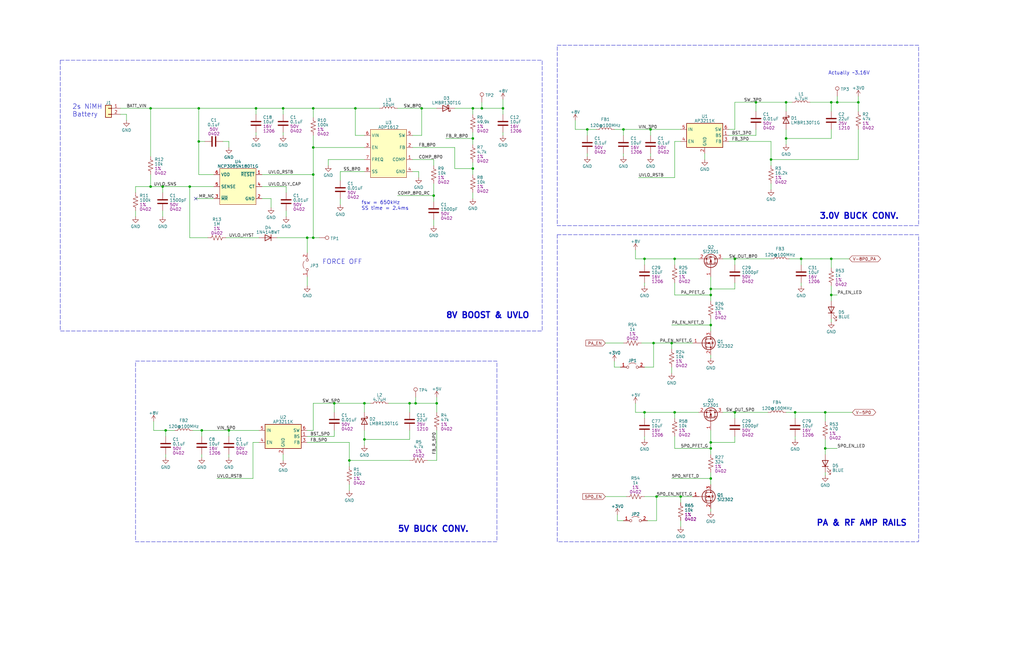
<source format=kicad_sch>
(kicad_sch (version 20230121) (generator eeschema)
  (paper "B")
  (title_block (title "High Altitude Balloon Payload - Power Conversion") (date "2023-06-18") (rev "1.0") (company "© 2023 Adam Cordingley") (comment 1 "http://acordingley.us"))
  (junction (at 203.2 45.72))
  (junction (at 299.72 201.93))
  (junction (at 353.06 43.18))
  (junction (at 274.32 54.61))
  (junction (at 83.82 59.69))
  (junction (at 318.77 43.18))
  (junction (at 153.67 185.42))
  (junction (at 299.72 186.69))
  (junction (at 119.38 45.72))
  (junction (at 80.01 78.74))
  (junction (at 147.32 194.31))
  (junction (at 350.52 43.18))
  (junction (at 299.72 124.46))
  (junction (at 132.08 45.72))
  (junction (at 271.78 173.99))
  (junction (at 177.8 45.72))
  (junction (at 96.52 181.61))
  (junction (at 361.95 43.18))
  (junction (at 335.28 173.99))
  (junction (at 140.97 170.18))
  (junction (at 199.39 58.42))
  (junction (at 309.88 173.99))
  (junction (at 299.72 189.23))
  (junction (at 85.09 181.61))
  (junction (at 175.26 170.18))
  (junction (at 287.02 209.55))
  (junction (at 350.52 124.46))
  (junction (at 299.72 137.16))
  (junction (at 325.12 67.31))
  (junction (at 212.09 45.72))
  (junction (at 283.21 144.78))
  (junction (at 107.95 45.72))
  (junction (at 68.58 78.74))
  (junction (at 284.48 173.99))
  (junction (at 69.85 181.61))
  (junction (at 247.65 54.61))
  (junction (at 63.5 45.72))
  (junction (at 199.39 45.72))
  (junction (at 347.98 173.99))
  (junction (at 172.72 170.18))
  (junction (at 199.39 71.12))
  (junction (at 63.5 78.74))
  (junction (at 337.82 109.22))
  (junction (at 182.88 82.55))
  (junction (at 83.82 45.72))
  (junction (at 299.72 121.92))
  (junction (at 276.86 209.55))
  (junction (at 132.08 73.66))
  (junction (at 350.52 109.22))
  (junction (at 262.89 54.61))
  (junction (at 129.54 100.33))
  (junction (at 184.15 170.18))
  (junction (at 275.59 144.78))
  (junction (at 132.08 100.33))
  (junction (at 153.67 170.18))
  (junction (at 149.86 45.72))
  (junction (at 284.48 109.22))
  (junction (at 309.88 109.22))
  (junction (at 331.47 58.42))
  (junction (at 331.47 43.18))
  (junction (at 132.08 62.23))
  (junction (at 271.78 109.22))
  (junction (at 347.98 189.23))
  (no_connect (at 82.55 83.82))
  (wire (pts (xy 309.88 54.61) (xy 307.34 54.61)))
  (wire (pts (xy 299.72 181.61) (xy 299.72 186.69)))
  (wire (pts (xy 81.28 181.61) (xy 85.09 181.61)))
  (wire (pts (xy 173.99 72.39) (xy 176.53 72.39)))
  (wire (pts (xy 297.18 67.31) (xy 297.18 64.77)))
  (wire (pts (xy 259.08 152.4) (xy 259.08 154.94)))
  (wire (pts (xy 199.39 55.88) (xy 199.39 58.42)))
  (wire (pts (xy 163.83 170.18) (xy 172.72 170.18)))
  (wire (pts (xy 283.21 137.16) (xy 299.72 137.16)))
  (wire (pts (xy 80.01 100.33) (xy 87.63 100.33)))
  (wire (pts (xy 53.34 48.26) (xy 53.34 50.8)))
  (wire (pts (xy 262.89 57.15) (xy 262.89 54.61)))
  (wire (pts (xy 309.88 109.22) (xy 309.88 111.76)))
  (wire (pts (xy 57.15 78.74) (xy 63.5 78.74)))
  (wire (pts (xy 267.97 109.22) (xy 271.78 109.22)))
  (wire (pts (xy 138.43 67.31) (xy 153.67 67.31)))
  (wire (pts (xy 140.97 170.18) (xy 153.67 170.18)))
  (wire (pts (xy 57.15 81.28) (xy 57.15 78.74)))
  (wire (pts (xy 90.17 73.66) (xy 83.82 73.66)))
  (wire (pts (xy 299.72 116.84) (xy 299.72 121.92)))
  (wire (pts (xy 287.02 209.55) (xy 287.02 212.09)))
  (wire (pts (xy 69.85 181.61) (xy 69.85 184.15)))
  (wire (pts (xy 347.98 177.8) (xy 347.98 173.99)))
  (wire (pts (xy 172.72 181.61) (xy 172.72 185.42)))
  (wire (pts (xy 274.32 54.61) (xy 274.32 57.15)))
  (wire (pts (xy 143.51 86.36) (xy 143.51 83.82)))
  (wire (pts (xy 203.2 45.72) (xy 212.09 45.72)))
  (wire (pts (xy 284.48 173.99) (xy 284.48 176.53)))
  (wire (pts (xy 350.52 134.62) (xy 350.52 135.89)))
  (wire (pts (xy 307.34 59.69) (xy 325.12 59.69)))
  (wire (pts (xy 80.01 78.74) (xy 68.58 78.74)))
  (wire (pts (xy 180.34 194.31) (xy 184.15 194.31)))
  (wire (pts (xy 191.77 62.23) (xy 191.77 71.12)))
  (wire (pts (xy 347.98 189.23) (xy 353.06 189.23)))
  (wire (pts (xy 283.21 144.78) (xy 292.1 144.78)))
  (wire (pts (xy 132.08 45.72) (xy 132.08 49.53)))
  (wire (pts (xy 309.88 121.92) (xy 299.72 121.92)))
  (wire (pts (xy 83.82 59.69) (xy 86.36 59.69)))
  (wire (pts (xy 309.88 43.18) (xy 309.88 54.61)))
  (wire (pts (xy 292.1 209.55) (xy 287.02 209.55)))
  (wire (pts (xy 251.46 54.61) (xy 247.65 54.61)))
  (wire (pts (xy 91.44 201.93) (xy 106.68 201.93)))
  (wire (pts (xy 287.02 59.69) (xy 284.48 59.69)))
  (wire (pts (xy 132.08 57.15) (xy 132.08 62.23)))
  (wire (pts (xy 325.12 67.31) (xy 361.95 67.31)))
  (wire (pts (xy 274.32 64.77) (xy 274.32 66.04)))
  (wire (pts (xy 129.54 184.15) (xy 140.97 184.15)))
  (wire (pts (xy 132.08 181.61) (xy 129.54 181.61)))
  (wire (pts (xy 147.32 186.69) (xy 147.32 194.31)))
  (wire (pts (xy 242.57 54.61) (xy 247.65 54.61)))
  (wire (pts (xy 149.86 45.72) (xy 160.02 45.72)))
  (wire (pts (xy 212.09 45.72) (xy 212.09 48.26)))
  (wire (pts (xy 63.5 45.72) (xy 83.82 45.72)))
  (wire (pts (xy 129.54 100.33) (xy 129.54 106.68)))
  (wire (pts (xy 267.97 170.18) (xy 267.97 173.99)))
  (wire (pts (xy 191.77 71.12) (xy 199.39 71.12)))
  (wire (pts (xy 132.08 73.66) (xy 132.08 100.33)))
  (wire (pts (xy 350.52 58.42) (xy 331.47 58.42)))
  (wire (pts (xy 247.65 54.61) (xy 247.65 57.15)))
  (wire (pts (xy 274.32 54.61) (xy 287.02 54.61)))
  (wire (pts (xy 299.72 121.92) (xy 299.72 124.46)))
  (wire (pts (xy 173.99 67.31) (xy 182.88 67.31)))
  (wire (pts (xy 109.22 186.69) (xy 106.68 186.69)))
  (wire (pts (xy 175.26 167.64) (xy 175.26 170.18)))
  (wire (pts (xy 325.12 59.69) (xy 325.12 67.31)))
  (wire (pts (xy 247.65 64.77) (xy 247.65 66.04)))
  (wire (pts (xy 325.12 67.31) (xy 325.12 69.85)))
  (wire (pts (xy 347.98 199.39) (xy 347.98 200.66)))
  (wire (pts (xy 132.08 73.66) (xy 132.08 62.23)))
  (wire (pts (xy 132.08 62.23) (xy 153.67 62.23)))
  (wire (pts (xy 318.77 43.18) (xy 318.77 46.99)))
  (wire (pts (xy 309.88 119.38) (xy 309.88 121.92)))
  (wire (pts (xy 184.15 194.31) (xy 184.15 181.61)))
  (wire (pts (xy 318.77 57.15) (xy 318.77 54.61)))
  (wire (pts (xy 331.47 54.61) (xy 331.47 58.42)))
  (wire (pts (xy 120.65 78.74) (xy 120.65 81.28)))
  (wire (pts (xy 187.96 58.42) (xy 199.39 58.42)))
  (wire (pts (xy 267.97 173.99) (xy 271.78 173.99)))
  (wire (pts (xy 50.8 48.26) (xy 53.34 48.26)))
  (wire (pts (xy 350.52 124.46) (xy 350.52 120.65)))
  (wire (pts (xy 119.38 45.72) (xy 119.38 48.26)))
  (wire (pts (xy 153.67 72.39) (xy 143.51 72.39)))
  (wire (pts (xy 361.95 46.99) (xy 361.95 43.18)))
  (wire (pts (xy 83.82 45.72) (xy 107.95 45.72)))
  (wire (pts (xy 132.08 45.72) (xy 149.86 45.72)))
  (wire (pts (xy 80.01 78.74) (xy 80.01 100.33)))
  (wire (pts (xy 199.39 58.42) (xy 199.39 60.96)))
  (wire (pts (xy 129.54 186.69) (xy 147.32 186.69)))
  (wire (pts (xy 299.72 201.93) (xy 299.72 204.47)))
  (wire (pts (xy 269.24 74.93) (xy 284.48 74.93)))
  (wire (pts (xy 199.39 71.12) (xy 199.39 73.66)))
  (wire (pts (xy 85.09 184.15) (xy 85.09 181.61)))
  (wire (pts (xy 182.88 82.55) (xy 167.64 82.55)))
  (wire (pts (xy 299.72 124.46) (xy 299.72 127)))
  (wire (pts (xy 106.68 201.93) (xy 106.68 186.69)))
  (wire (pts (xy 69.85 191.77) (xy 69.85 193.04)))
  (wire (pts (xy 307.34 57.15) (xy 318.77 57.15)))
  (wire (pts (xy 299.72 134.62) (xy 299.72 137.16)))
  (wire (pts (xy 96.52 181.61) (xy 109.22 181.61)))
  (wire (pts (xy 335.28 173.99) (xy 347.98 173.99)))
  (wire (pts (xy 184.15 173.99) (xy 184.15 170.18)))
  (wire (pts (xy 173.99 62.23) (xy 191.77 62.23)))
  (wire (pts (xy 299.72 137.16) (xy 299.72 139.7)))
  (wire (pts (xy 335.28 184.15) (xy 335.28 185.42)))
  (wire (pts (xy 353.06 43.18) (xy 361.95 43.18)))
  (wire (pts (xy 299.72 189.23) (xy 299.72 191.77)))
  (wire (pts (xy 129.54 100.33) (xy 116.84 100.33)))
  (wire (pts (xy 212.09 55.88) (xy 212.09 57.15)))
  (wire (pts (xy 271.78 154.94) (xy 275.59 154.94)))
  (wire (pts (xy 284.48 109.22) (xy 284.48 111.76)))
  (wire (pts (xy 325.12 80.01) (xy 325.12 77.47)))
  (wire (pts (xy 80.01 78.74) (xy 90.17 78.74)))
  (wire (pts (xy 82.55 83.82) (xy 90.17 83.82)))
  (wire (pts (xy 271.78 109.22) (xy 284.48 109.22)))
  (wire (pts (xy 270.51 144.78) (xy 275.59 144.78)))
  (wire (pts (xy 353.06 43.18) (xy 350.52 43.18)))
  (wire (pts (xy 284.48 124.46) (xy 299.72 124.46)))
  (wire (pts (xy 350.52 124.46) (xy 353.06 124.46)))
  (wire (pts (xy 199.39 45.72) (xy 199.39 48.26)))
  (wire (pts (xy 184.15 170.18) (xy 175.26 170.18)))
  (wire (pts (xy 287.02 219.71) (xy 287.02 222.25)))
  (wire (pts (xy 332.74 109.22) (xy 337.82 109.22)))
  (wire (pts (xy 353.06 40.64) (xy 353.06 43.18)))
  (wire (pts (xy 153.67 170.18) (xy 156.21 170.18)))
  (wire (pts (xy 107.95 55.88) (xy 107.95 57.15)))
  (wire (pts (xy 199.39 68.58) (xy 199.39 71.12)))
  (wire (pts (xy 140.97 170.18) (xy 140.97 173.99)))
  (wire (pts (xy 284.48 109.22) (xy 294.64 109.22)))
  (wire (pts (xy 309.88 184.15) (xy 309.88 186.69)))
  (wire (pts (xy 175.26 170.18) (xy 172.72 170.18)))
  (wire (pts (xy 309.88 186.69) (xy 299.72 186.69)))
  (wire (pts (xy 107.95 45.72) (xy 119.38 45.72)))
  (wire (pts (xy 110.49 78.74) (xy 120.65 78.74)))
  (wire (pts (xy 147.32 194.31) (xy 147.32 196.85)))
  (wire (pts (xy 271.78 173.99) (xy 271.78 176.53)))
  (wire (pts (xy 260.35 217.17) (xy 260.35 219.71)))
  (wire (pts (xy 331.47 43.18) (xy 331.47 46.99)))
  (wire (pts (xy 275.59 154.94) (xy 275.59 144.78)))
  (wire (pts (xy 259.08 54.61) (xy 262.89 54.61)))
  (wire (pts (xy 95.25 100.33) (xy 109.22 100.33)))
  (wire (pts (xy 149.86 45.72) (xy 149.86 57.15)))
  (wire (pts (xy 271.78 209.55) (xy 276.86 209.55)))
  (wire (pts (xy 262.89 54.61) (xy 274.32 54.61)))
  (wire (pts (xy 96.52 191.77) (xy 96.52 193.04)))
  (wire (pts (xy 271.78 109.22) (xy 271.78 111.76)))
  (wire (pts (xy 184.15 167.64) (xy 184.15 170.18)))
  (wire (pts (xy 73.66 181.61) (xy 69.85 181.61)))
  (wire (pts (xy 93.98 59.69) (xy 96.52 59.69)))
  (wire (pts (xy 299.72 186.69) (xy 299.72 189.23)))
  (wire (pts (xy 119.38 55.88) (xy 119.38 57.15)))
  (wire (pts (xy 299.72 149.86) (xy 299.72 151.13)))
  (wire (pts (xy 153.67 57.15) (xy 149.86 57.15)))
  (wire (pts (xy 337.82 119.38) (xy 337.82 120.65)))
  (wire (pts (xy 177.8 57.15) (xy 177.8 45.72)))
  (wire (pts (xy 255.27 144.78) (xy 262.89 144.78)))
  (wire (pts (xy 284.48 119.38) (xy 284.48 124.46)))
  (wire (pts (xy 347.98 173.99) (xy 359.41 173.99)))
  (wire (pts (xy 361.95 67.31) (xy 361.95 54.61)))
  (wire (pts (xy 275.59 144.78) (xy 283.21 144.78)))
  (wire (pts (xy 273.05 219.71) (xy 276.86 219.71)))
  (wire (pts (xy 271.78 184.15) (xy 271.78 185.42)))
  (wire (pts (xy 50.8 45.72) (xy 63.5 45.72)))
  (wire (pts (xy 309.88 173.99) (xy 323.85 173.99)))
  (wire (pts (xy 337.82 109.22) (xy 350.52 109.22)))
  (wire (pts (xy 153.67 170.18) (xy 153.67 173.99)))
  (wire (pts (xy 264.16 209.55) (xy 255.27 209.55)))
  (wire (pts (xy 68.58 91.44) (xy 68.58 88.9)))
  (wire (pts (xy 132.08 100.33) (xy 134.62 100.33)))
  (wire (pts (xy 212.09 41.91) (xy 212.09 45.72)))
  (wire (pts (xy 85.09 181.61) (xy 96.52 181.61)))
  (wire (pts (xy 283.21 201.93) (xy 299.72 201.93)))
  (wire (pts (xy 309.88 109.22) (xy 325.12 109.22)))
  (wire (pts (xy 262.89 64.77) (xy 262.89 66.04)))
  (wire (pts (xy 191.77 45.72) (xy 199.39 45.72)))
  (wire (pts (xy 182.88 77.47) (xy 182.88 82.55)))
  (wire (pts (xy 153.67 185.42) (xy 153.67 187.96)))
  (wire (pts (xy 147.32 194.31) (xy 172.72 194.31)))
  (wire (pts (xy 309.88 43.18) (xy 318.77 43.18)))
  (wire (pts (xy 132.08 170.18) (xy 132.08 181.61)))
  (wire (pts (xy 182.88 67.31) (xy 182.88 69.85)))
  (wire (pts (xy 283.21 154.94) (xy 283.21 157.48)))
  (wire (pts (xy 107.95 45.72) (xy 107.95 48.26)))
  (wire (pts (xy 138.43 67.31) (xy 138.43 69.85)))
  (wire (pts (xy 173.99 57.15) (xy 177.8 57.15)))
  (wire (pts (xy 153.67 181.61) (xy 153.67 185.42)))
  (wire (pts (xy 167.64 45.72) (xy 177.8 45.72)))
  (wire (pts (xy 147.32 207.01) (xy 147.32 204.47)))
  (wire (pts (xy 299.72 199.39) (xy 299.72 201.93)))
  (wire (pts (xy 120.65 91.44) (xy 120.65 88.9)))
  (wire (pts (xy 63.5 78.74) (xy 63.5 73.66)))
  (wire (pts (xy 304.8 109.22) (xy 309.88 109.22)))
  (wire (pts (xy 331.47 43.18) (xy 334.01 43.18)))
  (wire (pts (xy 143.51 72.39) (xy 143.51 76.2)))
  (wire (pts (xy 182.88 95.25) (xy 182.88 92.71)))
  (wire (pts (xy 341.63 43.18) (xy 350.52 43.18)))
  (wire (pts (xy 96.52 59.69) (xy 96.52 62.23)))
  (wire (pts (xy 271.78 119.38) (xy 271.78 120.65)))
  (wire (pts (xy 110.49 73.66) (xy 132.08 73.66)))
  (wire (pts (xy 96.52 181.61) (xy 96.52 184.15)))
  (wire (pts (xy 350.52 54.61) (xy 350.52 58.42)))
  (wire (pts (xy 199.39 45.72) (xy 203.2 45.72)))
  (wire (pts (xy 129.54 100.33) (xy 132.08 100.33)))
  (wire (pts (xy 242.57 50.8) (xy 242.57 54.61)))
  (wire (pts (xy 347.98 189.23) (xy 347.98 191.77)))
  (wire (pts (xy 267.97 105.41) (xy 267.97 109.22)))
  (wire (pts (xy 350.52 109.22) (xy 358.14 109.22)))
  (wire (pts (xy 335.28 173.99) (xy 335.28 176.53)))
  (wire (pts (xy 284.48 184.15) (xy 284.48 189.23)))
  (wire (pts (xy 177.8 45.72) (xy 184.15 45.72)))
  (wire (pts (xy 64.77 177.8) (xy 64.77 181.61)))
  (wire (pts (xy 284.48 189.23) (xy 299.72 189.23)))
  (wire (pts (xy 63.5 45.72) (xy 63.5 66.04)))
  (wire (pts (xy 284.48 173.99) (xy 294.64 173.99)))
  (wire (pts (xy 83.82 73.66) (xy 83.82 59.69)))
  (wire (pts (xy 350.52 124.46) (xy 350.52 127)))
  (wire (pts (xy 176.53 72.39) (xy 176.53 74.93)))
  (wire (pts (xy 276.86 209.55) (xy 287.02 209.55)))
  (wire (pts (xy 172.72 170.18) (xy 172.72 173.99)))
  (wire (pts (xy 331.47 58.42) (xy 331.47 60.96)))
  (wire (pts (xy 129.54 116.84) (xy 129.54 120.65)))
  (wire (pts (xy 337.82 109.22) (xy 337.82 111.76)))
  (wire (pts (xy 199.39 83.82) (xy 199.39 81.28)))
  (wire (pts (xy 284.48 59.69) (xy 284.48 74.93)))
  (wire (pts (xy 304.8 173.99) (xy 309.88 173.99)))
  (wire (pts (xy 110.49 83.82) (xy 114.3 83.82)))
  (wire (pts (xy 182.88 82.55) (xy 182.88 85.09)))
  (wire (pts (xy 271.78 173.99) (xy 284.48 173.99)))
  (wire (pts (xy 259.08 154.94) (xy 261.62 154.94)))
  (wire (pts (xy 83.82 45.72) (xy 83.82 59.69)))
  (wire (pts (xy 299.72 214.63) (xy 299.72 215.9)))
  (wire (pts (xy 132.08 170.18) (xy 140.97 170.18)))
  (wire (pts (xy 114.3 83.82) (xy 114.3 87.63)))
  (wire (pts (xy 85.09 191.77) (xy 85.09 193.04)))
  (wire (pts (xy 140.97 184.15) (xy 140.97 181.61)))
  (wire (pts (xy 347.98 189.23) (xy 347.98 185.42)))
  (wire (pts (xy 318.77 43.18) (xy 331.47 43.18)))
  (wire (pts (xy 260.35 219.71) (xy 262.89 219.71)))
  (wire (pts (xy 309.88 173.99) (xy 309.88 176.53)))
  (wire (pts (xy 64.77 181.61) (xy 69.85 181.61)))
  (wire (pts (xy 276.86 219.71) (xy 276.86 209.55)))
  (wire (pts (xy 57.15 91.44) (xy 57.15 88.9)))
  (wire (pts (xy 361.95 40.64) (xy 361.95 43.18)))
  (wire (pts (xy 119.38 194.31) (xy 119.38 191.77)))
  (wire (pts (xy 331.47 173.99) (xy 335.28 173.99)))
  (wire (pts (xy 119.38 45.72) (xy 132.08 45.72)))
  (wire (pts (xy 203.2 43.18) (xy 203.2 45.72)))
  (wire (pts (xy 350.52 113.03) (xy 350.52 109.22)))
  (wire (pts (xy 172.72 185.42) (xy 153.67 185.42)))
  (wire (pts (xy 63.5 78.74) (xy 68.58 78.74)))
  (wire (pts (xy 350.52 43.18) (xy 350.52 46.99)))
  (wire (pts (xy 68.58 78.74) (xy 68.58 81.28)))
  (wire (pts (xy 283.21 144.78) (xy 283.21 147.32)))
  (rectangle (start 25.4 25.4) (end 228.6 139.7) (stroke (width 0) (type dash)))
  (rectangle (start 234.95 19.05) (end 387.35 95.25) (stroke (width 0) (type dash)))
  (rectangle (start 234.95 99.06) (end 387.35 228.6) (stroke (width 0) (type dash)))
  (rectangle (start 57.15 152.4) (end 209.55 228.6) (stroke (width 0) (type dash)))
  (text "3.0V BUCK CONV." (at 345.44 92.71 0) (effects (font (size 2.5 2.5) (thickness 0.5) bold) (justify left bottom)))
  (text "PA & RF AMP RAILS" (at 344.17 222.25 0) (effects (font (size 2.5 2.5) (thickness 0.5) bold) (justify left bottom)))
  (text "FORCE OFF" (at 135.89 111.76 0) (effects (font (size 2 2)) (justify left bottom)))
  (text "5V BUCK CONV." (at 167.64 224.79 0) (effects (font (size 2.5 2.5) (thickness 0.5) bold) (justify left bottom)))
  (text "Actually ~3.16V" (at 349.25 31.75 0) (effects (font (size 1.5 1.5)) (justify left bottom)))
  (text "2s NiMH\nBattery" (at 30.48 49.53 0) (effects (font (size 2 2)) (justify left bottom)))
  (text "8V BOOST & UVLO" (at 187.96 134.62 0) (effects (font (size 2.5 2.5) (thickness 0.5) bold) (justify left bottom)))
  (text "fsw = 650kHz\nSS time = 2.4ms" (at 152.4 88.9 0) (effects (font (size 1.5 1.5)) (justify left bottom)))
  (label "PA_EN_NFET_D" (at 283.21 137.16 0))
  (label "MR_NC" (at 83.82 83.82 0))
  (label "FB_R_8P0" (at 187.96 58.42 0))
  (label "COMP_8P0_RC" (at 167.64 82.55 0))
  (label "5P0_EN_LED" (at 353.06 189.23 0))
  (label "5P0_EN_NFET_G" (at 276.86 209.55 0))
  (label "UVLO_HYST" (at 96.52 100.33 0))
  (label "5P0_PFET_G" (at 287.02 189.23 0))
  (label "BST_3P0" (at 308.61 57.15 0))
  (label "SW_8P0" (at 170.18 45.72 0))
  (label "PA_PFET_G" (at 287.02 124.46 0))
  (label "PA_EN_NFET_G" (at 278.13 144.78 0))
  (label "UVLO_DLY_CAP" (at 113.03 78.74 0))
  (label "FB_3P0" (at 308.61 59.69 0))
  (label "PA_EN_LED" (at 353.06 124.46 0))
  (label "UVLO_RSTB" (at 113.03 73.66 0))
  (label "BATT_VIN" (at 53.34 45.72 0))
  (label "FB_8P0" (at 176.53 62.23 0))
  (label "VIN_3P0" (at 269.24 54.61 0))
  (label "BST_5P0" (at 130.81 184.15 0))
  (label "SS_8P0" (at 144.78 72.39 0))
  (label "FB_5P0" (at 130.81 186.69 0))
  (label "VIN_5P0" (at 91.44 181.61 0))
  (label "SW_OUT_8P0" (at 307.34 109.22 0))
  (label "COMP_8P0" (at 176.53 67.31 0))
  (label "UVLO_RSTB" (at 269.24 74.93 0))
  (label "SW_5P0" (at 135.89 170.18 0))
  (label "5P0_NFET_D" (at 283.21 201.93 0))
  (label "UVLO_SNS" (at 64.77 78.74 0))
  (label "UVLO_RSTB" (at 91.44 201.93 0))
  (label "FB_R_5P0" (at 184.15 191.77 90))
  (label "SW_OUT_5P0" (at 306.07 173.99 0))
  (label "SW_3P0" (at 313.69 43.18 0))
  (global_label "5P0_EN" (shape input) (at 255.27 209.55 180) (property "Intersheetrefs" "${INTERSHEET_REFS}" (effects hide)))
  (global_label "V-5P0" (shape bidirectional) (at 359.41 173.99 0) (property "Intersheetrefs" "${INTERSHEET_REFS}" (effects hide)))
  (global_label "V-8P0_PA" (shape bidirectional) (at 358.14 109.22 0) (property "Intersheetrefs" "${INTERSHEET_REFS}" (effects hide)))
  (global_label "PA_EN" (shape input) (at 255.27 144.78 180) (property "Intersheetrefs" "${INTERSHEET_REFS}" (effects hide)))
  (symbol (lib_id "Device:C") (at 309.88 115.57 180) (unit 1)
    (property "Reference" "C29" (at 312.801 113.0053 0) (effects (justify right)))
    (property "Value" "1000pF" (at 312.801 114.9263 0) (effects (justify right)))
    (property "Footprint" "Capacitor_SMD:C_0402_1005Metric" (effects hide))
    (property "Description" "50V 1nF NP0 ±5% 0402 Multilayer Ceramic Capacitors MLCC - SMD/SMT ROHS" (effects hide))
    (property "JLCPCB Part #" "C424332" (effects hide))
    (property "Manufacturer" "Darfon Elec" (effects hide))
    (property "Mfr. Part #" "C1005NPO102JGT" (effects hide))
    (property "Voltage Rating" "50V" (at 312.801 116.8473 0) (effects (justify right)))
    (property "Package Desc" "0402" (at 312.801 118.7683 0) (effects (justify right)))
    (instances (project "Weather_Balloon_Payload_HW" (path "" (reference "C29") (unit 1)) (path "" (reference "C30") (unit 1))) (project "FM_Radio_70cm_HW" (path "" (reference "C3") (unit 1)) (path "" (reference "C12") (unit 1)) (path "" (reference "C24") (unit 1))))
  )
  (symbol (lib_id "power:GND") (at 85.09 193.04 0) (unit 1)
    (property "Reference" "#PWR011" (effects hide))
    (property "Value" "GND" (at 85.09 197.1755 0))
    (instances (project "Weather_Balloon_Payload_HW" (path "" (reference "#PWR011") (unit 1))) (project "RS232_Pirate_HW" (path "" (reference "#PWR013") (unit 1))))
  )
  (symbol (lib_id "power:GND") (at 262.89 66.04 0) (unit 1)
    (property "Reference" "#PWR01" (effects hide))
    (property "Value" "GND" (at 262.89 70.1755 0))
    (instances (project "Weather_Balloon_Payload_HW" (path "" (reference "#PWR01") (unit 1))) (project "RS232_Pirate_HW" (path "" (reference "#PWR013") (unit 1))))
  )
  (symbol (lib_id "power:+5V") (at 267.97 170.18 0) (unit 1)
    (property "Reference" "#PWR0142" (effects hide))
    (property "Value" "+5V" (at 267.97 166.6781 0))
  )
  (symbol (lib_id "power:GND") (at 297.18 67.31 0) (unit 1)
    (property "Reference" "#PWR03" (effects hide))
    (property "Value" "GND" (at 297.18 71.4455 0))
    (instances (project "Weather_Balloon_Payload_HW" (path "" (reference "#PWR03") (unit 1))) (project "RS232_Pirate_HW" (path "" (reference "#PWR016") (unit 1))))
  )
  (symbol (lib_id "Jumper:Jumper_2_Open") (at 267.97 219.71 0) (unit 1) (in_bom no)
    (property "Reference" "JP2" (at 267.97 216.9701 0))
    (property "Value" "Jumper_2_Open" (effects hide))
    (property "Footprint" "Connector_PinHeader_2.54mm:PinHeader_1x02_P2.54mm_Vertical" (effects hide))
  )
  (symbol (lib_id "Device:L") (at 328.93 109.22 90) (unit 1)
    (property "Reference" "FB3" (at 328.93 105.0122 90))
    (property "Value" "120@100MHz" (at 328.93 107.5491 90))
    (property "Footprint" "Inductor_SMD:L_0603_1608Metric" (effects hide))
    (property "Description" "50mΩ ±25% 120Ω@100MHz 0603 Ferrite Beads ROHS" (effects hide))
    (property "JLCPCB Part #" "C14709" (effects hide))
    (property "Manufacturer" "Murata Electronics" (effects hide))
    (property "Mfr. Part #" "BLM18PG121SN1D" (effects hide))
    (instances (project "Weather_Balloon_Payload_HW" (path "" (reference "FB3") (unit 1)) (path "" (reference "FB3") (unit 1))) (project "RF_Freq_Synth" (path "" (reference "FB2") (unit 1))) (project "RS232_Pirate_HW" (path "" (reference "FB2") (unit 1))) (project "FM_Radio_70cm_HW" (path "" (reference "FB5") (unit 1))))
  )
  (symbol (lib_id "Connector:TestPoint") (at 134.62 100.33 270) (unit 1)
    (property "Reference" "TP1" (at 139.319 100.6468 90) (effects (justify left)))
    (property "Value" "TestPoint" (effects hide))
    (property "Footprint" "TestPoint:TestPoint_Pad_D1.0mm" (effects hide))
  )
  (symbol (lib_id "power:GND") (at 247.65 66.04 0) (unit 1)
    (property "Reference" "#PWR07" (effects hide))
    (property "Value" "GND" (at 247.65 70.1755 0))
    (instances (project "Weather_Balloon_Payload_HW" (path "" (reference "#PWR07") (unit 1))) (project "RS232_Pirate_HW" (path "" (reference "#PWR016") (unit 1))))
  )
  (symbol (lib_id "Device:C") (at 182.88 88.9 0) (unit 1)
    (property "Reference" "C1" (at 185.801 86.3353 0) (effects (justify left)))
    (property "Value" "1500pF" (at 185.801 88.2563 0) (effects (justify left)))
    (property "Footprint" "Capacitor_SMD:C_0402_1005Metric" (effects hide))
    (property "Voltage Rating" "50V" (at 185.801 90.1773 0) (effects (justify left)))
    (property "Mfr. Part #" "CC0402KRX7R9BB152" (effects hide))
    (property "JLCPCB Part #" "C107022" (effects hide))
    (property "Manufacturer" "YAGEO" (effects hide))
    (property "Package Desc" "0402" (at 185.801 92.0983 0) (effects (justify left)))
    (instances (project "Rhubarb_Pi_HW" (path "" (reference "C1") (unit 1)) (path "" (reference "C5") (unit 1))) (project "Weather_Balloon_Payload_HW" (path "" (reference "C13") (unit 1))) (project "RS232_Pirate_HW" (path "" (reference "C9") (unit 1))) (project "FM_Radio_70cm_HW" (path "" (reference "C33") (unit 1)) (path "" (reference "C10") (unit 1)) (path "" (reference "C74") (unit 1)) (path "" (reference "C60") (unit 1)) (path "" (reference "C83") (unit 1))))
  )
  (symbol (lib_id "Device:C") (at 68.58 85.09 0) (unit 1)
    (property "Reference" "C1" (at 71.501 82.5253 0) (effects (justify left)))
    (property "Value" "1500pF" (at 71.501 84.4463 0) (effects (justify left)))
    (property "Footprint" "Capacitor_SMD:C_0402_1005Metric" (effects hide))
    (property "Voltage Rating" "50V" (at 71.501 86.3673 0) (effects (justify left)))
    (property "Mfr. Part #" "CC0402KRX7R9BB152" (effects hide))
    (property "JLCPCB Part #" "C107022" (effects hide))
    (property "Manufacturer" "YAGEO" (effects hide))
    (property "Package Desc" "0402" (at 71.501 88.2883 0) (effects (justify left)))
    (instances (project "Rhubarb_Pi_HW" (path "" (reference "C1") (unit 1)) (path "" (reference "C5") (unit 1))) (project "Weather_Balloon_Payload_HW" (path "" (reference "C16") (unit 1))) (project "RS232_Pirate_HW" (path "" (reference "C9") (unit 1))) (project "FM_Radio_70cm_HW" (path "" (reference "C33") (unit 1)) (path "" (reference "C10") (unit 1)) (path "" (reference "C74") (unit 1)) (path "" (reference "C60") (unit 1)) (path "" (reference "C83") (unit 1))))
  )
  (symbol (lib_id "Device:R_US") (at 57.15 85.09 180) (unit 1)
    (property "Reference" "R11" (at 58.801 82.5253 0) (effects (justify right)))
    (property "Value" "100k" (at 58.801 84.4463 0) (effects (justify right)))
    (property "Footprint" "Resistor_SMD:R_0402_1005Metric" (effects hide))
    (property "JLCPCB Part #" "C279979" (effects hide))
    (property "Manufacturer" "Viking Tech" (effects hide))
    (property "Mfr. Part #" "CR-02FL6--100K" (effects hide))
    (property "Description" "RES SMD 100K 1% 62.5mW 0402" (effects hide))
    (property "Tolerance" "1%" (at 58.801 86.3673 0) (effects (justify right)))
    (property "Package Desc" "0402" (at 58.801 88.2883 0) (effects (justify right)))
    (instances (project "Weather_Balloon_Payload_HW" (path "" (reference "R11") (unit 1))) (project "RF_Freq_Synth" (path "" (reference "R29") (unit 1))) (project "RS232_Pirate_HW" (path "" (reference "R18") (unit 1))) (project "FM_Radio_70cm_HW" (path "" (reference "R31") (unit 1)) (path "" (reference "R25") (unit 1)) (path "" (reference "R25") (unit 1)) (path "" (reference "R111") (unit 1))))
  )
  (symbol (lib_id "Device:C") (at 337.82 115.57 0) (unit 1)
    (property "Reference" "C31" (at 340.741 113.0053 0) (effects (justify left)))
    (property "Value" "10uF" (at 340.741 114.9263 0) (effects (justify left)))
    (property "Footprint" "Capacitor_SMD:C_1206_3216Metric" (effects hide))
    (property "JLCPCB Part #" "C97952" (effects hide))
    (property "Manufacturer" "Murata Electronics" (effects hide))
    (property "Mfr. Part #" "GRM31CR61C106KA88L" (effects hide))
    (property "Voltage Rating" "16V" (at 340.741 116.8473 0) (effects (justify left)))
    (property "Package Desc" "1206" (at 340.741 118.7683 0) (effects (justify left)))
    (instances (project "Weather_Balloon_Payload_HW" (path "" (reference "C31") (unit 1)) (path "" (reference "C31") (unit 1))) (project "RF_Freq_Synth" (path "" (reference "C32") (unit 1))) (project "RS232_Pirate_HW" (path "" (reference "C6") (unit 1))) (project "FM_Radio_70cm_HW" (path "" (reference "C85") (unit 1))))
  )
  (symbol (lib_id "Device:R_US") (at 184.15 177.8 180) (unit 1)
    (property "Reference" "R4" (at 185.801 175.2353 0) (effects (justify right)))
    (property "Value" "47k" (at 185.801 177.1563 0) (effects (justify right)))
    (property "Footprint" "Resistor_SMD:R_0402_1005Metric" (effects hide))
    (property "Description" "62.5mW Thin Film Resistor ±25ppm/℃ ±1% 47kΩ 0402 Chip" (effects hide))
    (property "JLCPCB Part #" "C284586" (effects hide))
    (property "Manufacturer" "Viking Tech" (effects hide))
    (property "Mfr. Part #" "ARG02FTC4702" (effects hide))
    (property "Tolerance" "1%" (at 185.801 179.0773 0) (effects (justify right)))
    (property "Package Desc" "0402" (at 185.801 180.9983 0) (effects (justify right)))
    (instances (project "Weather_Balloon_Payload_HW" (path "" (reference "R4") (unit 1))) (project "RS232_Pirate_HW" (path "" (reference "R3") (unit 1))) (project "FM_Radio_70cm_HW" (path "" (reference "R1") (unit 1)) (path "" (reference "R1") (unit 1))))
  )
  (symbol (lib_id "power:GND") (at 182.88 95.25 0) (unit 1)
    (property "Reference" "#PWR022" (effects hide))
    (property "Value" "GND" (at 182.88 99.3855 0))
    (instances (project "Weather_Balloon_Payload_HW" (path "" (reference "#PWR022") (unit 1))) (project "RS232_Pirate_HW" (path "" (reference "#PWR016") (unit 1))))
  )
  (symbol (lib_id "Device:R_US") (at 299.72 130.81 0) (unit 1)
    (property "Reference" "R26" (at 301.371 128.2453 0) (effects (justify left)))
    (property "Value" "324" (at 301.371 130.1663 0) (effects (justify left)))
    (property "Footprint" "Resistor_SMD:R_0402_1005Metric" (effects hide))
    (property "Description" "62.5mW Thick Film Resistors ±100ppm/℃ ±1% 324Ω 0402 Chip" (effects hide))
    (property "JLCPCB Part #" "C423191" (effects hide))
    (property "Manufacturer" "UNI-ROYAL(Uniroyal Elec)" (effects hide))
    (property "Mfr. Part #" "0402WGF3240TCE" (effects hide))
    (property "Tolerance" "1%" (at 301.371 132.0873 0) (effects (justify left)))
    (property "Package Desc" "0402" (at 301.371 134.0083 0) (effects (justify left)))
    (instances (project "Weather_Balloon_Payload_HW" (path "" (reference "R26") (unit 1)) (path "" (reference "R42") (unit 1))) (project "RS232_Pirate_HW" (path "" (reference "R3") (unit 1))) (project "FM_Radio_70cm_HW" (path "" (reference "R1") (unit 1)) (path "" (reference "R1") (unit 1))))
  )
  (symbol (lib_id "power:GND") (at 274.32 66.04 0) (unit 1)
    (property "Reference" "#PWR02" (effects hide))
    (property "Value" "GND" (at 274.32 70.1755 0))
    (instances (project "Weather_Balloon_Payload_HW" (path "" (reference "#PWR02") (unit 1))) (project "RS232_Pirate_HW" (path "" (reference "#PWR016") (unit 1))))
  )
  (symbol (lib_id "Device:L") (at 77.47 181.61 90) (unit 1)
    (property "Reference" "FB2" (at 77.47 177.4022 90))
    (property "Value" "120@100MHz" (at 77.47 179.9391 90))
    (property "Footprint" "Inductor_SMD:L_0603_1608Metric" (effects hide))
    (property "Description" "50mΩ ±25% 120Ω@100MHz 0603 Ferrite Beads ROHS" (effects hide))
    (property "JLCPCB Part #" "C14709" (effects hide))
    (property "Manufacturer" "Murata Electronics" (effects hide))
    (property "Mfr. Part #" "BLM18PG121SN1D" (effects hide))
    (instances (project "Weather_Balloon_Payload_HW" (path "" (reference "FB2") (unit 1))) (project "RF_Freq_Synth" (path "" (reference "FB2") (unit 1))) (project "RS232_Pirate_HW" (path "" (reference "FB2") (unit 1))) (project "FM_Radio_70cm_HW" (path "" (reference "FB5") (unit 1))))
  )
  (symbol (lib_id "power:GND") (at 283.21 157.48 0) (unit 1)
    (property "Reference" "#PWR069" (effects hide))
    (property "Value" "GND" (at 283.21 161.6155 0))
    (instances (project "Weather_Balloon_Payload_HW" (path "" (reference "#PWR069") (unit 1)) (path "" (reference "#PWR070") (unit 1))) (project "FM_Radio_70cm_HW" (path "" (reference "#PWR028") (unit 1)) (path "" (reference "#PWR039") (unit 1))))
  )
  (symbol (lib_id "Device:L") (at 337.82 43.18 90) (unit 1)
    (property "Reference" "L1" (at 337.82 39.6647 90))
    (property "Value" "4.7uH" (at 337.82 41.5857 90))
    (property "Footprint" "Inductor_SMD:L_Sunlord_SWPA4018S" (effects hide))
    (property "Mfr. Part #" "SWPA4018S4R7MT" (effects hide))
    (property "Manufacturer" "Sunlord" (effects hide))
    (property "JLCPCB Part #" "C60117" (effects hide))
    (instances (project "Weather_Balloon_Payload_HW" (path "" (reference "L1") (unit 1))) (project "RS232_Pirate_HW" (path "" (reference "L2") (unit 1))))
  )
  (symbol (lib_id "ON_Semi:NCP308") (at 100.33 71.12 0) (unit 1)
    (property "Reference" "U4" (at 100.33 68.2371 0))
    (property "Value" "NCP308SN180T1G" (at 100.33 70.1581 0))
    (property "Footprint" "Package_TO_SOT_SMD:SOT-23-6" (effects hide))
    (property "MFG_PN" "NCP308SN180T1G" (effects hide))
    (property "MFG" "onsemi" (effects hide))
    (property "Description" "IC, Voltage Supervisor, 1 Channel, SOT-23-6" (effects hide))
  )
  (symbol (lib_id "Device:C") (at 335.28 180.34 0) (unit 1)
    (property "Reference" "C79" (at 338.201 177.7753 0) (effects (justify left)))
    (property "Value" "10uF" (at 338.201 179.6963 0) (effects (justify left)))
    (property "Footprint" "Capacitor_SMD:C_1206_3216Metric" (effects hide))
    (property "JLCPCB Part #" "C97952" (effects hide))
    (property "Manufacturer" "Murata Electronics" (effects hide))
    (property "Mfr. Part #" "GRM31CR61C106KA88L" (effects hide))
    (property "Voltage Rating" "16V" (at 338.201 181.6173 0) (effects (justify left)))
    (property "Package Desc" "1206" (at 338.201 183.5383 0) (effects (justify left)))
    (instances (project "Weather_Balloon_Payload_HW" (path "" (reference "C79") (unit 1)) (path "" (reference "C31") (unit 1))) (project "RF_Freq_Synth" (path "" (reference "C32") (unit 1))) (project "RS232_Pirate_HW" (path "" (reference "C6") (unit 1))) (project "FM_Radio_70cm_HW" (path "" (reference "C85") (unit 1))))
  )
  (symbol (lib_id "Device:R_US") (at 325.12 73.66 0) (unit 1)
    (property "Reference" "R3" (at 326.771 71.0953 0) (effects (justify left)))
    (property "Value" "16.2k" (at 326.771 73.0163 0) (effects (justify left)))
    (property "Footprint" "Resistor_SMD:R_0402_1005Metric" (effects hide))
    (property "Description" "62.5mW Thick Film Resistors ±100ppm/℃ ±1% 16.2kΩ 0402 Chip" (effects hide))
    (property "JLCPCB Part #" "C138050" (effects hide))
    (property "Manufacturer" "YAGEO" (effects hide))
    (property "Mfr. Part #" "RC0402FR-0716K2L" (effects hide))
    (property "Tolerance" "1%" (at 326.771 74.9373 0) (effects (justify left)))
    (property "Package Desc" "0402" (at 326.771 76.8583 0) (effects (justify left)))
    (instances (project "Weather_Balloon_Payload_HW" (path "" (reference "R3") (unit 1))) (project "RS232_Pirate_HW" (path "" (reference "R3") (unit 1))) (project "FM_Radio_70cm_HW" (path "" (reference "R1") (unit 1)) (path "" (reference "R1") (unit 1))))
  )
  (symbol (lib_id "Device:R_US") (at 283.21 151.13 0) (unit 1)
    (property "Reference" "R24" (at 284.861 148.5653 0) (effects (justify left)))
    (property "Value" "10k" (at 284.861 150.4863 0) (effects (justify left)))
    (property "Footprint" "Resistor_SMD:R_0402_1005Metric" (effects hide))
    (property "Description" "62.5mW Thick Film Resistors ±0.5% 10.2kΩ 0402 Chip Resistor - Surface Mount ROHS" (effects hide))
    (property "JLCPCB Part #" "C303730" (effects hide))
    (property "Manufacturer" "RALEC" (effects hide))
    (property "Mfr. Part #" "RTT021022DTH" (effects hide))
    (property "Tolerance" "1%" (at 284.861 152.4073 0) (effects (justify left)))
    (property "Package Desc" "0402" (at 284.861 154.3283 0) (effects (justify left)))
    (instances (project "Weather_Balloon_Payload_HW" (path "" (reference "R24") (unit 1)) (path "" (reference "R19") (unit 1)) (path "" (reference "R26") (unit 1))) (project "RS232_Pirate_HW" (path "" (reference "R3") (unit 1))) (project "FM_Radio_70cm_HW" (path "" (reference "R1") (unit 1)) (path "" (reference "R1") (unit 1))))
  )
  (symbol (lib_id "Device:L") (at 160.02 170.18 90) (unit 1)
    (property "Reference" "L2" (at 160.02 166.6647 90))
    (property "Value" "4.7uH" (at 160.02 168.5857 90))
    (property "Footprint" "Inductor_SMD:L_Sunlord_SWPA4018S" (effects hide))
    (property "Mfr. Part #" "SWPA4018S4R7MT" (effects hide))
    (property "Manufacturer" "Sunlord" (effects hide))
    (property "JLCPCB Part #" "C60117" (effects hide))
  )
  (symbol (lib_id "Device:R_US") (at 361.95 50.8 180) (unit 1)
    (property "Reference" "R2" (at 363.601 48.2353 0) (effects (justify right)))
    (property "Value" "47k" (at 363.601 50.1563 0) (effects (justify right)))
    (property "Footprint" "Resistor_SMD:R_0402_1005Metric" (effects hide))
    (property "Description" "62.5mW Thin Film Resistor ±25ppm/℃ ±1% 47kΩ 0402 Chip" (effects hide))
    (property "JLCPCB Part #" "C284586" (effects hide))
    (property "Manufacturer" "Viking Tech" (effects hide))
    (property "Mfr. Part #" "ARG02FTC4702" (effects hide))
    (property "Tolerance" "1%" (at 363.601 52.0773 0) (effects (justify right)))
    (property "Package Desc" "0402" (at 363.601 53.9983 0) (effects (justify right)))
    (instances (project "Weather_Balloon_Payload_HW" (path "" (reference "R2") (unit 1))) (project "RS232_Pirate_HW" (path "" (reference "R3") (unit 1))) (project "FM_Radio_70cm_HW" (path "" (reference "R1") (unit 1)) (path "" (reference "R1") (unit 1))))
  )
  (symbol (lib_id "Device:R_US") (at 284.48 180.34 0) (unit 1)
    (property "Reference" "R58" (at 286.131 177.7753 0) (effects (justify left)))
    (property "Value" "10k" (at 286.131 179.6963 0) (effects (justify left)))
    (property "Footprint" "Resistor_SMD:R_0402_1005Metric" (effects hide))
    (property "Description" "62.5mW Thick Film Resistors ±0.5% 10.2kΩ 0402 Chip Resistor - Surface Mount ROHS" (effects hide))
    (property "JLCPCB Part #" "C303730" (effects hide))
    (property "Manufacturer" "RALEC" (effects hide))
    (property "Mfr. Part #" "RTT021022DTH" (effects hide))
    (property "Tolerance" "1%" (at 286.131 181.6173 0) (effects (justify left)))
    (property "Package Desc" "0402" (at 286.131 183.5383 0) (effects (justify left)))
    (instances (project "Weather_Balloon_Payload_HW" (path "" (reference "R58") (unit 1)) (path "" (reference "R19") (unit 1)) (path "" (reference "R25") (unit 1))) (project "RS232_Pirate_HW" (path "" (reference "R3") (unit 1))) (project "FM_Radio_70cm_HW" (path "" (reference "R1") (unit 1)) (path "" (reference "R1") (unit 1))))
  )
  (symbol (lib_id "Connector:TestPoint") (at 203.2 43.18 0) (unit 1)
    (property "Reference" "TP2" (at 204.597 40.1948 0) (effects (justify left)))
    (property "Value" "TestPoint" (effects hide))
    (property "Footprint" "TestPoint:TestPoint_Pad_D1.0mm" (effects hide))
  )
  (symbol (lib_id "power:GND") (at 212.09 57.15 0) (unit 1)
    (property "Reference" "#PWR020" (effects hide))
    (property "Value" "GND" (at 212.09 61.2855 0))
    (instances (project "Weather_Balloon_Payload_HW" (path "" (reference "#PWR020") (unit 1))) (project "RS232_Pirate_HW" (path "" (reference "#PWR013") (unit 1))))
  )
  (symbol (lib_id "Device:R_US") (at 182.88 73.66 0) (unit 1)
    (property "Reference" "R9" (at 184.531 71.0953 0) (effects (justify left)))
    (property "Value" "10k" (at 184.531 73.0163 0) (effects (justify left)))
    (property "Footprint" "Resistor_SMD:R_0402_1005Metric" (effects hide))
    (property "Description" "62.5mW Thick Film Resistors ±0.5% 10.2kΩ 0402 Chip Resistor - Surface Mount ROHS" (effects hide))
    (property "JLCPCB Part #" "C303730" (effects hide))
    (property "Manufacturer" "RALEC" (effects hide))
    (property "Mfr. Part #" "RTT021022DTH" (effects hide))
    (property "Tolerance" "1%" (at 184.531 74.9373 0) (effects (justify left)))
    (property "Package Desc" "0402" (at 184.531 76.8583 0) (effects (justify left)))
    (instances (project "Weather_Balloon_Payload_HW" (path "" (reference "R9") (unit 1))) (project "RS232_Pirate_HW" (path "" (reference "R3") (unit 1))) (project "FM_Radio_70cm_HW" (path "" (reference "R1") (unit 1)) (path "" (reference "R1") (unit 1))))
  )
  (symbol (lib_id "Device:R_US") (at 299.72 195.58 0) (unit 1)
    (property "Reference" "R27" (at 301.371 193.0153 0) (effects (justify left)))
    (property "Value" "324" (at 301.371 194.9363 0) (effects (justify left)))
    (property "Footprint" "Resistor_SMD:R_0402_1005Metric" (effects hide))
    (property "Description" "62.5mW Thick Film Resistors ±100ppm/℃ ±1% 324Ω 0402 Chip" (effects hide))
    (property "JLCPCB Part #" "C423191" (effects hide))
    (property "Manufacturer" "UNI-ROYAL(Uniroyal Elec)" (effects hide))
    (property "Mfr. Part #" "0402WGF3240TCE" (effects hide))
    (property "Tolerance" "1%" (at 301.371 196.8573 0) (effects (justify left)))
    (property "Package Desc" "0402" (at 301.371 198.7783 0) (effects (justify left)))
    (instances (project "Weather_Balloon_Payload_HW" (path "" (reference "R27") (unit 1)) (path "" (reference "R42") (unit 1))) (project "RS232_Pirate_HW" (path "" (reference "R3") (unit 1))) (project "FM_Radio_70cm_HW" (path "" (reference "R1") (unit 1)) (path "" (reference "R1") (unit 1))))
  )
  (symbol (lib_id "power:GND") (at 337.82 120.65 0) (unit 1)
    (property "Reference" "#PWR072" (effects hide))
    (property "Value" "GND" (at 337.82 124.7855 0))
    (instances (project "Weather_Balloon_Payload_HW" (path "" (reference "#PWR072") (unit 1)) (path "" (reference "#PWR072") (unit 1))) (project "RS232_Pirate_HW" (path "" (reference "#PWR013") (unit 1))))
  )
  (symbol (lib_id "power:GND") (at 153.67 187.96 0) (unit 1)
    (property "Reference" "#PWR015" (effects hide))
    (property "Value" "GND" (at 153.67 192.0955 0))
    (instances (project "Weather_Balloon_Payload_HW" (path "" (reference "#PWR015") (unit 1))) (project "RS232_Pirate_HW" (path "" (reference "#PWR016") (unit 1))))
  )
  (symbol (lib_id "Diode:1N4148WT") (at 113.03 100.33 180) (unit 1)
    (property "Reference" "D4" (at 113.03 96.0501 0))
    (property "Value" "1N4148WT" (at 113.03 97.9711 0))
    (property "Footprint" "Diode_SMD:D_SOD-523" (effects hide))
    (property "Datasheet" "https://www.diodes.com/assets/Datasheets/ds30396.pdf" (effects hide))
    (property "Sim.Device" "D" (effects hide))
    (property "Sim.Pins" "1=K 2=A" (effects hide))
    (property "Mfr. Part #" "1N4148WT-7" (effects hide))
    (property "JLCPCB Part #" "C83482" (effects hide))
    (instances (project "Weather_Balloon_Payload_HW" (path "" (reference "D4") (unit 1))) (project "RS232_Pirate_HW" (path "" (reference "D9") (unit 1))))
  )
  (symbol (lib_id "Device:C") (at 107.95 52.07 0) (unit 1)
    (property "Reference" "C18" (at 110.871 49.5053 0) (effects (justify left)))
    (property "Value" "10uF" (at 110.871 51.4263 0) (effects (justify left)))
    (property "Footprint" "Capacitor_SMD:C_1206_3216Metric" (effects hide))
    (property "JLCPCB Part #" "C97952" (effects hide))
    (property "Manufacturer" "Murata Electronics" (effects hide))
    (property "Mfr. Part #" "GRM31CR61C106KA88L" (effects hide))
    (property "Voltage Rating" "16V" (at 110.871 53.3473 0) (effects (justify left)))
    (property "Package Desc" "1206" (at 110.871 55.2683 0) (effects (justify left)))
    (instances (project "Weather_Balloon_Payload_HW" (path "" (reference "C18") (unit 1))) (project "RF_Freq_Synth" (path "" (reference "C32") (unit 1))) (project "RS232_Pirate_HW" (path "" (reference "C6") (unit 1))) (project "FM_Radio_70cm_HW" (path "" (reference "C85") (unit 1))))
  )
  (symbol (lib_id "Device:R_US") (at 63.5 69.85 0) (unit 1)
    (property "Reference" "R12" (at 65.151 67.2853 0) (effects (justify left)))
    (property "Value" "10k" (at 65.151 69.2063 0) (effects (justify left)))
    (property "Footprint" "Resistor_SMD:R_0402_1005Metric" (effects hide))
    (property "Description" "62.5mW Thick Film Resistors ±0.5% 10.2kΩ 0402 Chip Resistor - Surface Mount ROHS" (effects hide))
    (property "JLCPCB Part #" "C303730" (effects hide))
    (property "Manufacturer" "RALEC" (effects hide))
    (property "Mfr. Part #" "RTT021022DTH" (effects hide))
    (property "Tolerance" "1%" (at 65.151 71.1273 0) (effects (justify left)))
    (property "Package Desc" "0402" (at 65.151 73.0483 0) (effects (justify left)))
    (instances (project "Weather_Balloon_Payload_HW" (path "" (reference "R12") (unit 1))) (project "RS232_Pirate_HW" (path "" (reference "R3") (unit 1))) (project "FM_Radio_70cm_HW" (path "" (reference "R1") (unit 1)) (path "" (reference "R1") (unit 1))))
  )
  (symbol (lib_id "power:+8V") (at 64.77 177.8 0) (unit 1)
    (property "Reference" "#PWR09" (effects hide))
    (property "Value" "+8V" (at 64.77 174.2981 0))
  )
  (symbol (lib_id "Device:LED") (at 350.52 130.81 90) (unit 1)
    (property "Reference" "D5" (at 353.441 131.7538 90) (effects (justify right)))
    (property "Value" "BLUE" (at 353.441 133.6748 90) (effects (justify right)))
    (property "Footprint" "LED_SMD:LED_0402_1005Metric" (effects hide))
    (property "Mfr Part #" "16-213/BHC-AN1P2/3T" (effects hide))
    (property "JLCPCB Part #" "C131223" (effects hide))
    (instances (project "Weather_Balloon_Payload_HW" (path "" (reference "D5") (unit 1)) (path "" (reference "D5") (unit 1))) (project "FM_Radio_70cm_HW" (path "" (reference "D20") (unit 1))))
  )
  (symbol (lib_id "power:GND") (at 119.38 57.15 0) (unit 1)
    (property "Reference" "#PWR0167" (effects hide))
    (property "Value" "GND" (at 119.38 61.2855 0))
    (instances (project "Weather_Balloon_Payload_HW" (path "" (reference "#PWR0167") (unit 1))) (project "RS232_Pirate_HW" (path "" (reference "#PWR013") (unit 1))))
  )
  (symbol (lib_id "power:GND") (at 120.65 91.44 0) (unit 1)
    (property "Reference" "#PWR024" (effects hide))
    (property "Value" "GND" (at 120.65 95.5755 0))
    (instances (project "Weather_Balloon_Payload_HW" (path "" (reference "#PWR024") (unit 1))) (project "RS232_Pirate_HW" (path "" (reference "#PWR016") (unit 1))))
  )
  (symbol (lib_id "Device:R_US") (at 199.39 77.47 0) (unit 1)
    (property "Reference" "R8" (at 201.041 74.9053 0) (effects (justify left)))
    (property "Value" "10k" (at 201.041 76.8263 0) (effects (justify left)))
    (property "Footprint" "Resistor_SMD:R_0402_1005Metric" (effects hide))
    (property "Description" "62.5mW Thick Film Resistors ±0.5% 10.2kΩ 0402 Chip Resistor - Surface Mount ROHS" (effects hide))
    (property "JLCPCB Part #" "C303730" (effects hide))
    (property "Manufacturer" "RALEC" (effects hide))
    (property "Mfr. Part #" "RTT021022DTH" (effects hide))
    (property "Tolerance" "1%" (at 201.041 78.7473 0) (effects (justify left)))
    (property "Package Desc" "0402" (at 201.041 80.6683 0) (effects (justify left)))
    (instances (project "Weather_Balloon_Payload_HW" (path "" (reference "R8") (unit 1))) (project "RS232_Pirate_HW" (path "" (reference "R3") (unit 1))) (project "FM_Radio_70cm_HW" (path "" (reference "R1") (unit 1)) (path "" (reference "R1") (unit 1))))
  )
  (symbol (lib_id "Regulator_Switching:AP3211K") (at 119.38 184.15 0) (unit 1)
    (property "Reference" "U2" (at 119.38 176.0601 0))
    (property "Value" "AP3211K" (at 119.38 177.9811 0))
    (property "Footprint" "Package_TO_SOT_SMD:SOT-23-6" (effects hide))
    (property "Datasheet" "https://www.diodes.com/assets/Datasheets/AP3211.pdf" (effects hide))
    (property "Description" "Step-down type Adjustable 0.81V~15V 1.5A 4.5V~18V SOT-23-6 DC-DC Converters" (effects hide))
    (property "JLCPCB Part #" "C154863" (effects hide))
    (property "Manufacturer" "Diodes Incorporated" (effects hide))
    (property "Mfr. Part #" "AP3211KTR-G1" (effects hide))
  )
  (symbol (lib_id "Connector:TestPoint") (at 175.26 167.64 0) (unit 1)
    (property "Reference" "TP4" (at 176.657 164.6548 0) (effects (justify left)))
    (property "Value" "TestPoint" (effects hide))
    (property "Footprint" "TestPoint:TestPoint_Pad_D1.0mm" (effects hide))
  )
  (symbol (lib_id "Device:R_US") (at 284.48 115.57 0) (unit 1)
    (property "Reference" "R25" (at 286.131 113.0053 0) (effects (justify left)))
    (property "Value" "10k" (at 286.131 114.9263 0) (effects (justify left)))
    (property "Footprint" "Resistor_SMD:R_0402_1005Metric" (effects hide))
    (property "Description" "62.5mW Thick Film Resistors ±0.5% 10.2kΩ 0402 Chip Resistor - Surface Mount ROHS" (effects hide))
    (property "JLCPCB Part #" "C303730" (effects hide))
    (property "Manufacturer" "RALEC" (effects hide))
    (property "Mfr. Part #" "RTT021022DTH" (effects hide))
    (property "Tolerance" "1%" (at 286.131 116.8473 0) (effects (justify left)))
    (property "Package Desc" "0402" (at 286.131 118.7683 0) (effects (justify left)))
    (instances (project "Weather_Balloon_Payload_HW" (path "" (reference "R25") (unit 1)) (path "" (reference "R19") (unit 1)) (path "" (reference "R25") (unit 1))) (project "RS232_Pirate_HW" (path "" (reference "R3") (unit 1))) (project "FM_Radio_70cm_HW" (path "" (reference "R1") (unit 1)) (path "" (reference "R1") (unit 1))))
  )
  (symbol (lib_id "power:GND") (at 69.85 193.04 0) (unit 1)
    (property "Reference" "#PWR010" (effects hide))
    (property "Value" "GND" (at 69.85 197.1755 0))
    (instances (project "Weather_Balloon_Payload_HW" (path "" (reference "#PWR010") (unit 1))) (project "RS232_Pirate_HW" (path "" (reference "#PWR016") (unit 1))))
  )
  (symbol (lib_id "Device:R_US") (at 132.08 53.34 180) (unit 1)
    (property "Reference" "R10" (at 133.731 50.7753 0) (effects (justify right)))
    (property "Value" "100k" (at 133.731 52.6963 0) (effects (justify right)))
    (property "Footprint" "Resistor_SMD:R_0402_1005Metric" (effects hide))
    (property "JLCPCB Part #" "C279979" (effects hide))
    (property "Manufacturer" "Viking Tech" (effects hide))
    (property "Mfr. Part #" "CR-02FL6--100K" (effects hide))
    (property "Description" "RES SMD 100K 1% 62.5mW 0402" (effects hide))
    (property "Tolerance" "1%" (at 133.731 54.6173 0) (effects (justify right)))
    (property "Package Desc" "0402" (at 133.731 56.5383 0) (effects (justify right)))
    (instances (project "Weather_Balloon_Payload_HW" (path "" (reference "R10") (unit 1))) (project "RF_Freq_Synth" (path "" (reference "R29") (unit 1))) (project "RS232_Pirate_HW" (path "" (reference "R18") (unit 1))) (project "FM_Radio_70cm_HW" (path "" (reference "R31") (unit 1)) (path "" (reference "R25") (unit 1)) (path "" (reference "R25") (unit 1)) (path "" (reference "R111") (unit 1))))
  )
  (symbol (lib_id "power:+3V0") (at 361.95 40.64 0) (unit 1)
    (property "Reference" "#PWR05" (effects hide))
    (property "Value" "+3V0" (at 361.95 37.1381 0))
  )
  (symbol (lib_id "power:GND") (at 176.53 74.93 0) (unit 1)
    (property "Reference" "#PWR018" (effects hide))
    (property "Value" "GND" (at 176.53 79.0655 0))
  )
  (symbol (lib_id "Device:C") (at 350.52 50.8 0) (unit 1)
    (property "Reference" "C2" (at 353.441 48.2353 0) (effects (justify left)))
    (property "Value" "22uF" (at 353.441 50.1563 0) (effects (justify left)))
    (property "Footprint" "Capacitor_SMD:C_1210_3225Metric" (effects hide))
    (property "JLCPCB Part #" "C342660" (effects hide))
    (property "Manufacturer" "TDK" (effects hide))
    (property "Mfr. Part #" "C3225X7R1C226KT000N" (effects hide))
    (property "Voltage Rating" "25V" (at 353.441 52.0773 0) (effects (justify left)))
    (property "Package Desc" "1210" (at 353.441 53.9983 0) (effects (justify left)))
    (instances (project "Weather_Balloon_Payload_HW" (path "" (reference "C2") (unit 1))) (project "RF_Freq_Synth" (path "" (reference "C32") (unit 1))) (project "RS232_Pirate_HW" (path "" (reference "C6") (unit 1))) (project "FM_Radio_70cm_HW" (path "" (reference "C85") (unit 1))))
  )
  (symbol (lib_id "Connector:TestPoint") (at 353.06 40.64 0) (unit 1)
    (property "Reference" "TP3" (at 354.457 37.6548 0) (effects (justify left)))
    (property "Value" "TestPoint" (effects hide))
    (property "Footprint" "TestPoint:TestPoint_Pad_D1.0mm" (effects hide))
  )
  (symbol (lib_id "Device:C") (at 96.52 187.96 0) (unit 1)
    (property "Reference" "C1" (at 99.441 185.3953 0) (effects (justify left)))
    (property "Value" "0.1uF" (at 99.441 187.3163 0) (effects (justify left)))
    (property "Footprint" "Capacitor_SMD:C_0402_1005Metric" (effects hide))
    (property "Voltage Rating" "50V" (at 99.441 189.2373 0) (effects (justify left)))
    (property "Mfr. Part #" "GRM155R71H104KE14D" (effects hide))
    (property "JLCPCB Part #" "C77020" (effects hide))
    (property "Description" "50V 100nF X7R ±10% 0402 Multilayer Ceramic Capacitors MLCC - SMD/SMT ROHS" (effects hide))
    (property "Manufacturer" "Murata Electronics" (effects hide))
    (property "Mfr Part #" "GRM155R71H104KE14D" (effects hide))
    (property "Package Desc" "0402" (at 99.441 191.1583 0) (effects (justify left)))
    (instances (project "Rhubarb_Pi_HW" (path "" (reference "C1") (unit 1)) (path "" (reference "C5") (unit 1))) (project "Weather_Balloon_Payload_HW" (path "" (reference "C9") (unit 1))) (project "RS232_Pirate_HW" (path "" (reference "C9") (unit 1))) (project "FM_Radio_70cm_HW" (path "" (reference "C33") (unit 1)) (path "" (reference "C10") (unit 1)) (path "" (reference "C74") (unit 1)) (path "" (reference "C60") (unit 1)) (path "" (reference "C83") (unit 1))))
  )
  (symbol (lib_id "Device:R_US") (at 266.7 144.78 90) (unit 1)
    (property "Reference" "R54" (at 266.7 137.0391 90))
    (property "Value" "1k" (at 266.7 138.9601 90))
    (property "Footprint" "Resistor_SMD:R_0402_1005Metric" (effects hide))
    (property "JLCPCB Part #" "C153104" (effects hide))
    (property "Manufacturer" "TA-I Tech" (effects hide))
    (property "Mfr. Part #" "RM04JTN102" (effects hide))
    (property "Tolerance" "1%" (at 266.7 140.8811 90))
    (property "Package Desc" "0402" (at 266.7 142.8021 90))
    (instances (project "Weather_Balloon_Payload_HW" (path "" (reference "R54") (unit 1)) (path "" (reference "R72") (unit 1))) (project "RF_Freq_Synth" (path "" (reference "R29") (unit 1))) (project "FM_Radio_70cm_HW" (path "" (reference "R30") (unit 1)) (path "" (reference "R24") (unit 1)) (path "" (reference "R24") (unit 1))))
  )
  (symbol (lib_id "power:GND") (at 350.52 135.89 0) (unit 1)
    (property "Reference" "#PWR0141" (effects hide))
    (property "Value" "GND" (at 350.52 140.0255 0))
    (instances (project "Weather_Balloon_Payload_HW" (path "" (reference "#PWR0141") (unit 1)) (path "" (reference "#PWR0141") (unit 1))) (project "RS232_Pirate_HW" (path "" (reference "#PWR013") (unit 1))))
  )
  (symbol (lib_id "Device:C") (at 85.09 187.96 0) (unit 1)
    (property "Reference" "C8" (at 88.011 185.3953 0) (effects (justify left)))
    (property "Value" "10uF" (at 88.011 187.3163 0) (effects (justify left)))
    (property "Footprint" "Capacitor_SMD:C_1206_3216Metric" (effects hide))
    (property "JLCPCB Part #" "C97952" (effects hide))
    (property "Manufacturer" "Murata Electronics" (effects hide))
    (property "Mfr. Part #" "GRM31CR61C106KA88L" (effects hide))
    (property "Voltage Rating" "16V" (at 88.011 189.2373 0) (effects (justify left)))
    (property "Package Desc" "1206" (at 88.011 191.1583 0) (effects (justify left)))
    (instances (project "Weather_Balloon_Payload_HW" (path "" (reference "C8") (unit 1))) (project "RF_Freq_Synth" (path "" (reference "C32") (unit 1))) (project "RS232_Pirate_HW" (path "" (reference "C6") (unit 1))) (project "FM_Radio_70cm_HW" (path "" (reference "C85") (unit 1))))
  )
  (symbol (lib_id "Device:R_US") (at 350.52 116.84 0) (unit 1)
    (property "Reference" "R53" (at 352.171 114.2753 0) (effects (justify left)))
    (property "Value" "1k" (at 352.171 116.1963 0) (effects (justify left)))
    (property "Footprint" "Resistor_SMD:R_0402_1005Metric" (effects hide))
    (property "JLCPCB Part #" "C153104" (effects hide))
    (property "Manufacturer" "TA-I Tech" (effects hide))
    (property "Mfr. Part #" "RM04JTN102" (effects hide))
    (property "Tolerance" "1%" (at 352.171 118.1173 0) (effects (justify left)))
    (property "Package Desc" "0402" (at 352.171 120.0383 0) (effects (justify left)))
    (instances (project "Weather_Balloon_Payload_HW" (path "" (reference "R53") (unit 1)) (path "" (reference "R57") (unit 1))) (project "RF_Freq_Synth" (path "" (reference "R29") (unit 1))) (project "FM_Radio_70cm_HW" (path "" (reference "R30") (unit 1)) (path "" (reference "R24") (unit 1)) (path "" (reference "R24") (unit 1))))
  )
  (symbol (lib_id "Regulator_Switching:AP3211K") (at 297.18 57.15 0) (unit 1)
    (property "Reference" "U1" (at 297.18 49.0601 0))
    (property "Value" "AP3211K" (at 297.18 50.9811 0))
    (property "Footprint" "Package_TO_SOT_SMD:SOT-23-6" (effects hide))
    (property "Datasheet" "https://www.diodes.com/assets/Datasheets/AP3211.pdf" (effects hide))
    (property "Description" "Step-down type Adjustable 0.81V~15V 1.5A 4.5V~18V SOT-23-6 DC-DC Converters" (effects hide))
    (property "JLCPCB Part #" "C154863" (effects hide))
    (property "Manufacturer" "Diodes Incorporated" (effects hide))
    (property "Mfr. Part #" "AP3211KTR-G1" (effects hide))
  )
  (symbol (lib_id "power:GND") (at 347.98 200.66 0) (unit 1)
    (property "Reference" "#PWR0147" (effects hide))
    (property "Value" "GND" (at 347.98 204.7955 0))
    (instances (project "Weather_Balloon_Payload_HW" (path "" (reference "#PWR0147") (unit 1)) (path "" (reference "#PWR0141") (unit 1))) (project "RS232_Pirate_HW" (path "" (reference "#PWR013") (unit 1))))
  )
  (symbol (lib_id "Device:L") (at 327.66 173.99 90) (unit 1)
    (property "Reference" "FB4" (at 327.66 169.7822 90))
    (property "Value" "120@100MHz" (at 327.66 172.3191 90))
    (property "Footprint" "Inductor_SMD:L_0603_1608Metric" (effects hide))
    (property "Description" "50mΩ ±25% 120Ω@100MHz 0603 Ferrite Beads ROHS" (effects hide))
    (property "JLCPCB Part #" "C14709" (effects hide))
    (property "Manufacturer" "Murata Electronics" (effects hide))
    (property "Mfr. Part #" "BLM18PG121SN1D" (effects hide))
    (instances (project "Weather_Balloon_Payload_HW" (path "" (reference "FB4") (unit 1)) (path "" (reference "FB3") (unit 1))) (project "RF_Freq_Synth" (path "" (reference "FB2") (unit 1))) (project "RS232_Pirate_HW" (path "" (reference "FB2") (unit 1))) (project "FM_Radio_70cm_HW" (path "" (reference "FB5") (unit 1))))
  )
  (symbol (lib_id "Jumper:Jumper_2_Open") (at 129.54 111.76 90) (unit 1) (in_bom no)
    (property "Reference" "JP3" (at 130.683 112.0768 90) (effects (justify right)))
    (property "Value" "Jumper_2_Open" (effects hide))
    (property "Footprint" "Connector_PinHeader_2.54mm:PinHeader_1x02_P2.54mm_Vertical" (effects hide))
  )
  (symbol (lib_id "power:+8V") (at 242.57 50.8 0) (unit 1)
    (property "Reference" "#PWR08" (effects hide))
    (property "Value" "+8V" (at 242.57 47.2981 0))
  )
  (symbol (lib_id "power:GND") (at 199.39 83.82 0) (unit 1)
    (property "Reference" "#PWR019" (effects hide))
    (property "Value" "GND" (at 199.39 87.9555 0))
    (instances (project "Weather_Balloon_Payload_HW" (path "" (reference "#PWR019") (unit 1))) (project "RS232_Pirate_HW" (path "" (reference "#PWR016") (unit 1))))
  )
  (symbol (lib_id "Device:C") (at 172.72 177.8 0) (unit 1)
    (property "Reference" "C11" (at 175.641 175.2353 0) (effects (justify left)))
    (property "Value" "22uF" (at 175.641 177.1563 0) (effects (justify left)))
    (property "Footprint" "Capacitor_SMD:C_1210_3225Metric" (effects hide))
    (property "JLCPCB Part #" "C342660" (effects hide))
    (property "Manufacturer" "TDK" (effects hide))
    (property "Mfr. Part #" "C3225X7R1C226KT000N" (effects hide))
    (property "Voltage Rating" "25V" (at 175.641 179.0773 0) (effects (justify left)))
    (property "Package Desc" "1210" (at 175.641 180.9983 0) (effects (justify left)))
    (instances (project "Weather_Balloon_Payload_HW" (path "" (reference "C11") (unit 1))) (project "RF_Freq_Synth" (path "" (reference "C32") (unit 1))) (project "RS232_Pirate_HW" (path "" (reference "C6") (unit 1))) (project "FM_Radio_70cm_HW" (path "" (reference "C85") (unit 1))))
  )
  (symbol (lib_id "power:GND") (at 57.15 91.44 0) (unit 1)
    (property "Reference" "#PWR026" (effects hide))
    (property "Value" "GND" (at 57.15 95.5755 0))
    (instances (project "Weather_Balloon_Payload_HW" (path "" (reference "#PWR026") (unit 1))) (project "RS232_Pirate_HW" (path "" (reference "#PWR016") (unit 1))))
  )
  (symbol (lib_id "Device:D_Schottky") (at 331.47 50.8 270) (unit 1)
    (property "Reference" "D1" (at 333.502 49.8388 90) (effects (justify left)))
    (property "Value" "LMBR130T1G" (at 333.502 51.7598 90) (effects (justify left)))
    (property "Footprint" "Diode_SMD:D_SOD-123" (effects hide))
    (property "JLCPCB Part #" "C48974" (effects hide))
  )
  (symbol (lib_id "Device:C") (at 318.77 50.8 0) (unit 1)
    (property "Reference" "C1" (at 321.691 48.2353 0) (effects (justify left)))
    (property "Value" "0.01uF" (at 321.691 50.1563 0) (effects (justify left)))
    (property "Footprint" "Capacitor_SMD:C_0402_1005Metric" (effects hide))
    (property "Voltage Rating" "50V" (at 321.691 52.0773 0) (effects (justify left)))
    (property "Mfr. Part #" "CL05B103KB5NNNC" (effects hide))
    (property "JLCPCB Part #" "C15195" (effects hide))
    (property "Description" "50V 10nF X7R ±10% 0402 Multilayer Ceramic Capacitors MLCC - SMD/SMT ROHS" (effects hide))
    (property "Manufacturer" "Samsung Electro-Mechanics" (effects hide))
    (property "Package Desc" "0402" (at 321.691 53.9983 0) (effects (justify left)))
    (instances (project "Rhubarb_Pi_HW" (path "" (reference "C1") (unit 1)) (path "" (reference "C5") (unit 1))) (project "Weather_Balloon_Payload_HW" (path "" (reference "C5") (unit 1))) (project "RS232_Pirate_HW" (path "" (reference "C9") (unit 1))) (project "FM_Radio_70cm_HW" (path "" (reference "C33") (unit 1)) (path "" (reference "C10") (unit 1)) (path "" (reference "C74") (unit 1)) (path "" (reference "C60") (unit 1)) (path "" (reference "C83") (unit 1))))
  )
  (symbol (lib_id "Device:R_US") (at 287.02 215.9 0) (unit 1)
    (property "Reference" "R65" (at 288.671 213.3353 0) (effects (justify left)))
    (property "Value" "10k" (at 288.671 215.2563 0) (effects (justify left)))
    (property "Footprint" "Resistor_SMD:R_0402_1005Metric" (effects hide))
    (property "Description" "62.5mW Thick Film Resistors ±0.5% 10.2kΩ 0402 Chip Resistor - Surface Mount ROHS" (effects hide))
    (property "JLCPCB Part #" "C303730" (effects hide))
    (property "Manufacturer" "RALEC" (effects hide))
    (property "Mfr. Part #" "RTT021022DTH" (effects hide))
    (property "Tolerance" "1%" (at 288.671 217.1773 0) (effects (justify left)))
    (property "Package Desc" "0402" (at 288.671 219.0983 0) (effects (justify left)))
    (instances (project "Weather_Balloon_Payload_HW" (path "" (reference "R65") (unit 1)) (path "" (reference "R19") (unit 1)) (path "" (reference "R26") (unit 1))) (project "RS232_Pirate_HW" (path "" (reference "R3") (unit 1))) (project "FM_Radio_70cm_HW" (path "" (reference "R1") (unit 1)) (path "" (reference "R1") (unit 1))))
  )
  (symbol (lib_id "Device:D_Schottky") (at 153.67 177.8 270) (unit 1)
    (property "Reference" "D2" (at 155.702 176.8388 90) (effects (justify left)))
    (property "Value" "LMBR130T1G" (at 155.702 178.7598 90) (effects (justify left)))
    (property "Footprint" "Diode_SMD:D_SOD-123" (effects hide))
    (property "JLCPCB Part #" "C48974" (effects hide))
  )
  (symbol (lib_id "Device:Q_PMOS_GSD") (at 299.72 176.53 270) (mirror x) (unit 1)
    (property "Reference" "Q2" (at 299.72 169.0751 90))
    (property "Value" "Si2301" (at 299.72 170.9961 90))
    (property "Footprint" "Repowered_TO-SOT-SMD:SOT-23" (effects hide))
    (property "JLCPCB Part #" "C2891731" (effects hide))
    (property "Manufacturer" "YONGYUTAI" (effects hide))
    (property "Mfr. Part #" "SI2301" (effects hide))
    (instances (project "Weather_Balloon_Payload_HW" (path "" (reference "Q2") (unit 1)) (path "" (reference "Q4") (unit 1))) (project "FM_Radio_70cm_HW" (path "" (reference "Q3") (unit 1)) (path "" (reference "Q5") (unit 1))))
  )
  (symbol (lib_id "Device:C") (at 271.78 180.34 0) (unit 1)
    (property "Reference" "C77" (at 274.701 177.7753 0) (effects (justify left)))
    (property "Value" "10uF" (at 274.701 179.6963 0) (effects (justify left)))
    (property "Footprint" "Capacitor_SMD:C_1206_3216Metric" (effects hide))
    (property "JLCPCB Part #" "C97952" (effects hide))
    (property "Manufacturer" "Murata Electronics" (effects hide))
    (property "Mfr. Part #" "GRM31CR61C106KA88L" (effects hide))
    (property "Voltage Rating" "16V" (at 274.701 181.6173 0) (effects (justify left)))
    (property "Package Desc" "1206" (at 274.701 183.5383 0) (effects (justify left)))
    (instances (project "Weather_Balloon_Payload_HW" (path "" (reference "C77") (unit 1)) (path "" (reference "C30") (unit 1))) (project "RF_Freq_Synth" (path "" (reference "C32") (unit 1))) (project "RS232_Pirate_HW" (path "" (reference "C6") (unit 1))) (project "FM_Radio_70cm_HW" (path "" (reference "C85") (unit 1))))
  )
  (symbol (lib_id "power:+3V0") (at 260.35 217.17 0) (unit 1)
    (property "Reference" "#PWR0163" (effects hide))
    (property "Value" "+3V0" (at 260.35 213.6681 0))
  )
  (symbol (lib_id "Jumper:Jumper_2_Open") (at 266.7 154.94 0) (unit 1) (in_bom no)
    (property "Reference" "JP1" (at 266.7 152.2001 0))
    (property "Value" "Jumper_2_Open" (effects hide))
    (property "Footprint" "Connector_PinHeader_2.54mm:PinHeader_1x02_P2.54mm_Vertical" (effects hide))
  )
  (symbol (lib_id "Device:R_US") (at 267.97 209.55 90) (unit 1)
    (property "Reference" "R54" (at 267.97 201.8091 90))
    (property "Value" "1k" (at 267.97 203.7301 90))
    (property "Footprint" "Resistor_SMD:R_0402_1005Metric" (effects hide))
    (property "JLCPCB Part #" "C153104" (effects hide))
    (property "Manufacturer" "TA-I Tech" (effects hide))
    (property "Mfr. Part #" "RM04JTN102" (effects hide))
    (property "Tolerance" "1%" (at 267.97 205.6511 90))
    (property "Package Desc" "0402" (at 267.97 207.5721 90))
    (instances (project "Weather_Balloon_Payload_HW" (path "" (reference "R54") (unit 1)) (path "" (reference "R71") (unit 1))) (project "RF_Freq_Synth" (path "" (reference "R29") (unit 1))) (project "FM_Radio_70cm_HW" (path "" (reference "R30") (unit 1)) (path "" (reference "R24") (unit 1)) (path "" (reference "R24") (unit 1))))
  )
  (symbol (lib_id "power:+5V") (at 184.15 167.64 0) (unit 1)
    (property "Reference" "#PWR016" (effects hide))
    (property "Value" "+5V" (at 184.15 164.1381 0))
  )
  (symbol (lib_id "Device:LED") (at 347.98 195.58 90) (unit 1)
    (property "Reference" "D5" (at 350.901 196.5238 90) (effects (justify right)))
    (property "Value" "BLUE" (at 350.901 198.4448 90) (effects (justify right)))
    (property "Footprint" "LED_SMD:LED_0402_1005Metric" (effects hide))
    (property "Mfr Part #" "16-213/BHC-AN1P2/3T" (effects hide))
    (property "JLCPCB Part #" "C131223" (effects hide))
    (instances (project "Weather_Balloon_Payload_HW" (path "" (reference "D5") (unit 1)) (path "" (reference "D10") (unit 1))) (project "FM_Radio_70cm_HW" (path "" (reference "D20") (unit 1))))
  )
  (symbol (lib_id "power:GND") (at 147.32 207.01 0) (unit 1)
    (property "Reference" "#PWR014" (effects hide))
    (property "Value" "GND" (at 147.32 211.1455 0))
    (instances (project "Weather_Balloon_Payload_HW" (path "" (reference "#PWR014") (unit 1))) (project "RS232_Pirate_HW" (path "" (reference "#PWR016") (unit 1))))
  )
  (symbol (lib_id "power:GND") (at 331.47 60.96 0) (unit 1)
    (property "Reference" "#PWR04" (effects hide))
    (property "Value" "GND" (at 331.47 65.0955 0))
    (instances (project "Weather_Balloon_Payload_HW" (path "" (reference "#PWR04") (unit 1))) (project "RS232_Pirate_HW" (path "" (reference "#PWR016") (unit 1))))
  )
  (symbol (lib_id "Device:C") (at 119.38 52.07 180) (unit 1)
    (property "Reference" "C1" (at 122.301 49.5053 0) (effects (justify right)))
    (property "Value" "0.1uF" (at 122.301 51.4263 0) (effects (justify right)))
    (property "Footprint" "Capacitor_SMD:C_0402_1005Metric" (effects hide))
    (property "Voltage Rating" "50V" (at 122.301 53.3473 0) (effects (justify right)))
    (property "Mfr. Part #" "GRM155R71H104KE14D" (effects hide))
    (property "JLCPCB Part #" "C77020" (effects hide))
    (property "Description" "50V 100nF X7R ±10% 0402 Multilayer Ceramic Capacitors MLCC - SMD/SMT ROHS" (effects hide))
    (property "Manufacturer" "Murata Electronics" (effects hide))
    (property "Mfr Part #" "GRM155R71H104KE14D" (effects hide))
    (property "Package Desc" "0402" (at 122.301 55.2683 0) (effects (justify right)))
    (instances (project "Rhubarb_Pi_HW" (path "" (reference "C1") (unit 1)) (path "" (reference "C5") (unit 1))) (project "Weather_Balloon_Payload_HW" (path "" (reference "C89") (unit 1))) (project "RS232_Pirate_HW" (path "" (reference "C9") (unit 1))) (project "FM_Radio_70cm_HW" (path "" (reference "C33") (unit 1)) (path "" (reference "C10") (unit 1)) (path "" (reference "C74") (unit 1)) (path "" (reference "C60") (unit 1)) (path "" (reference "C83") (unit 1))))
  )
  (symbol (lib_id "Device:C") (at 262.89 60.96 0) (unit 1)
    (property "Reference" "C1" (at 265.811 58.3953 0) (effects (justify left)))
    (property "Value" "10uF" (at 265.811 60.3163 0) (effects (justify left)))
    (property "Footprint" "Capacitor_SMD:C_1206_3216Metric" (effects hide))
    (property "JLCPCB Part #" "C97952" (effects hide))
    (property "Manufacturer" "Murata Electronics" (effects hide))
    (property "Mfr. Part #" "GRM31CR61C106KA88L" (effects hide))
    (property "Voltage Rating" "16V" (at 265.811 62.2373 0) (effects (justify left)))
    (property "Package Desc" "1206" (at 265.811 64.1583 0) (effects (justify left)))
    (instances (project "Weather_Balloon_Payload_HW" (path "" (reference "C1") (unit 1))) (project "RF_Freq_Synth" (path "" (reference "C32") (unit 1))) (project "RS232_Pirate_HW" (path "" (reference "C6") (unit 1))) (project "FM_Radio_70cm_HW" (path "" (reference "C85") (unit 1))))
  )
  (symbol (lib_id "Device:Q_PMOS_GSD") (at 299.72 111.76 270) (mirror x) (unit 1)
    (property "Reference" "Q2" (at 299.72 104.3051 90))
    (property "Value" "Si2301" (at 299.72 106.2261 90))
    (property "Footprint" "Repowered_TO-SOT-SMD:SOT-23" (effects hide))
    (property "JLCPCB Part #" "C2891731" (effects hide))
    (property "Manufacturer" "YONGYUTAI" (effects hide))
    (property "Mfr. Part #" "SI2301" (effects hide))
    (instances (project "Weather_Balloon_Payload_HW" (path "" (reference "Q2") (unit 1)) (path "" (reference "Q2") (unit 1))) (project "FM_Radio_70cm_HW" (path "" (reference "Q3") (unit 1)) (path "" (reference "Q5") (unit 1))))
  )
  (symbol (lib_id "Device:Q_NMOS_GSD") (at 297.18 144.78 0) (unit 1)
    (property "Reference" "Q1" (at 302.387 144.1363 0) (effects (justify left)))
    (property "Value" "Si2302" (at 302.387 146.0573 0) (effects (justify left)))
    (property "Footprint" "Repowered_TO-SOT-SMD:SOT-23" (effects hide))
    (property "JLCPCB Part #" "C2891732" (effects hide))
    (property "Manufacturer" "YONGYUTAI" (effects hide))
    (property "Mfr. Part #" "SI2302" (effects hide))
    (instances (project "Weather_Balloon_Payload_HW" (path "" (reference "Q1") (unit 1)) (path "" (reference "Q1") (unit 1))) (project "FM_Radio_70cm_HW" (path "" (reference "Q2") (unit 1)) (path "" (reference "Q4") (unit 1)) (path "" (reference "Q6") (unit 1))))
  )
  (symbol (lib_id "power:+8V") (at 212.09 41.91 0) (unit 1)
    (property "Reference" "#PWR021" (effects hide))
    (property "Value" "+8V" (at 212.09 38.4081 0))
  )
  (symbol (lib_id "Device:Q_NMOS_GSD") (at 297.18 209.55 0) (unit 1)
    (property "Reference" "Q1" (at 302.387 208.9063 0) (effects (justify left)))
    (property "Value" "Si2302" (at 302.387 210.8273 0) (effects (justify left)))
    (property "Footprint" "Repowered_TO-SOT-SMD:SOT-23" (effects hide))
    (property "JLCPCB Part #" "C2891732" (effects hide))
    (property "Manufacturer" "YONGYUTAI" (effects hide))
    (property "Mfr. Part #" "SI2302" (effects hide))
    (instances (project "Weather_Balloon_Payload_HW" (path "" (reference "Q1") (unit 1)) (path "" (reference "Q3") (unit 1))) (project "FM_Radio_70cm_HW" (path "" (reference "Q2") (unit 1)) (path "" (reference "Q4") (unit 1)) (path "" (reference "Q6") (unit 1))))
  )
  (symbol (lib_id "Device:R_US") (at 91.44 100.33 90) (unit 1)
    (property "Reference" "R13" (at 91.44 92.5891 90))
    (property "Value" "1M" (at 91.44 94.5101 90))
    (property "Footprint" "Resistor_SMD:R_0402_1005Metric" (effects hide))
    (property "Tolerance" "1%" (at 91.44 96.4311 90))
    (property "Package Desc" "0402" (at 91.44 98.3521 90))
    (instances (project "Weather_Balloon_Payload_HW" (path "" (reference "R13") (unit 1))) (project "RS232_Pirate_HW" (path "" (reference "R3") (unit 1))) (project "FM_Radio_70cm_HW" (path "" (reference "R1") (unit 1)) (path "" (reference "R1") (unit 1))))
  )
  (symbol (lib_id "power:GND") (at 114.3 87.63 0) (unit 1)
    (property "Reference" "#PWR025" (effects hide))
    (property "Value" "GND" (at 114.3 91.7655 0))
    (instances (project "Weather_Balloon_Payload_HW" (path "" (reference "#PWR025") (unit 1))) (project "RS232_Pirate_HW" (path "" (reference "#PWR016") (unit 1))))
  )
  (symbol (lib_id "Analog_Devices:ADP1612") (at 163.83 54.61 0) (unit 1)
    (property "Reference" "U3" (at 163.83 51.7271 0))
    (property "Value" "ADP1612" (at 163.83 53.6481 0))
    (property "Footprint" "Package_SO:MSOP-8_3x3mm_P0.65mm" (effects hide))
    (property "MFG_PN" "ADP1612ARMZ-R7" (effects hide))
    (property "Description" "IC, Boost Converter, 8-MSOP" (effects hide))
  )
  (symbol (lib_id "Device:R_US") (at 147.32 200.66 0) (unit 1)
    (property "Reference" "R1" (at 148.971 198.0953 0) (effects (justify left)))
    (property "Value" "10k" (at 148.971 200.0163 0) (effects (justify left)))
    (property "Footprint" "Resistor_SMD:R_0402_1005Metric" (effects hide))
    (property "Description" "62.5mW Thick Film Resistors ±0.5% 10.2kΩ 0402 Chip Resistor - Surface Mount ROHS" (effects hide))
    (property "JLCPCB Part #" "C303730" (effects hide))
    (property "Manufacturer" "RALEC" (effects hide))
    (property "Mfr. Part #" "RTT021022DTH" (effects hide))
    (property "Tolerance" "1%" (at 148.971 201.9373 0) (effects (justify left)))
    (property "Package Desc" "0402" (at 148.971 203.8583 0) (effects (justify left)))
    (instances (project "Weather_Balloon_Payload_HW" (path "" (reference "R1") (unit 1))) (project "RS232_Pirate_HW" (path "" (reference "R3") (unit 1))) (project "FM_Radio_70cm_HW" (path "" (reference "R1") (unit 1)) (path "" (reference "R1") (unit 1))))
  )
  (symbol (lib_id "Device:C") (at 140.97 177.8 0) (unit 1)
    (property "Reference" "C1" (at 143.891 175.2353 0) (effects (justify left)))
    (property "Value" "0.01uF" (at 143.891 177.1563 0) (effects (justify left)))
    (property "Footprint" "Capacitor_SMD:C_0402_1005Metric" (effects hide))
    (property "Voltage Rating" "50V" (at 143.891 179.0773 0) (effects (justify left)))
    (property "Mfr. Part #" "CL05B103KB5NNNC" (effects hide))
    (property "JLCPCB Part #" "C15195" (effects hide))
    (property "Description" "50V 10nF X7R ±10% 0402 Multilayer Ceramic Capacitors MLCC - SMD/SMT ROHS" (effects hide))
    (property "Manufacturer" "Samsung Electro-Mechanics" (effects hide))
    (property "Package Desc" "0402" (at 143.891 180.9983 0) (effects (justify left)))
    (instances (project "Rhubarb_Pi_HW" (path "" (reference "C1") (unit 1)) (path "" (reference "C5") (unit 1))) (project "Weather_Balloon_Payload_HW" (path "" (reference "C10") (unit 1))) (project "RS232_Pirate_HW" (path "" (reference "C9") (unit 1))) (project "FM_Radio_70cm_HW" (path "" (reference "C33") (unit 1)) (path "" (reference "C10") (unit 1)) (path "" (reference "C74") (unit 1)) (path "" (reference "C60") (unit 1)) (path "" (reference "C83") (unit 1))))
  )
  (symbol (lib_id "Device:L") (at 255.27 54.61 90) (unit 1)
    (property "Reference" "FB1" (at 255.27 50.4022 90))
    (property "Value" "120@100MHz" (at 255.27 52.9391 90))
    (property "Footprint" "Inductor_SMD:L_0603_1608Metric" (effects hide))
    (property "Description" "50mΩ ±25% 120Ω@100MHz 0603 Ferrite Beads ROHS" (effects hide))
    (property "JLCPCB Part #" "C14709" (effects hide))
    (property "Manufacturer" "Murata Electronics" (effects hide))
    (property "Mfr. Part #" "BLM18PG121SN1D" (effects hide))
    (instances (project "Weather_Balloon_Payload_HW" (path "" (reference "FB1") (unit 1))) (project "RF_Freq_Synth" (path "" (reference "FB2") (unit 1))) (project "RS232_Pirate_HW" (path "" (reference "FB2") (unit 1))) (project "FM_Radio_70cm_HW" (path "" (reference "FB5") (unit 1))))
  )
  (symbol (lib_id "power:GND") (at 271.78 185.42 0) (unit 1)
    (property "Reference" "#PWR0143" (effects hide))
    (property "Value" "GND" (at 271.78 189.5555 0))
    (instances (project "Weather_Balloon_Payload_HW" (path "" (reference "#PWR0143") (unit 1)) (path "" (reference "#PWR070") (unit 1))) (project "RS232_Pirate_HW" (path "" (reference "#PWR013") (unit 1))))
  )
  (symbol (lib_id "power:GND") (at 119.38 194.31 0) (unit 1)
    (property "Reference" "#PWR013" (effects hide))
    (property "Value" "GND" (at 119.38 198.4455 0))
    (instances (project "Weather_Balloon_Payload_HW" (path "" (reference "#PWR013") (unit 1))) (project "RS232_Pirate_HW" (path "" (reference "#PWR016") (unit 1))))
  )
  (symbol (lib_id "Device:C") (at 90.17 59.69 90) (unit 1)
    (property "Reference" "C1" (at 90.17 50.6791 90))
    (property "Value" "0.1uF" (at 90.17 52.6001 90))
    (property "Footprint" "Capacitor_SMD:C_0402_1005Metric" (effects hide))
    (property "Voltage Rating" "50V" (at 90.17 54.5211 90))
    (property "Mfr. Part #" "GRM155R71H104KE14D" (effects hide))
    (property "JLCPCB Part #" "C77020" (effects hide))
    (property "Description" "50V 100nF X7R ±10% 0402 Multilayer Ceramic Capacitors MLCC - SMD/SMT ROHS" (effects hide))
    (property "Manufacturer" "Murata Electronics" (effects hide))
    (property "Mfr Part #" "GRM155R71H104KE14D" (effects hide))
    (property "Package Desc" "0402" (at 90.17 56.4421 90))
    (instances (project "Rhubarb_Pi_HW" (path "" (reference "C1") (unit 1)) (path "" (reference "C5") (unit 1))) (project "Weather_Balloon_Payload_HW" (path "" (reference "C17") (unit 1))) (project "RS232_Pirate_HW" (path "" (reference "C9") (unit 1))) (project "FM_Radio_70cm_HW" (path "" (reference "C33") (unit 1)) (path "" (reference "C10") (unit 1)) (path "" (reference "C74") (unit 1)) (path "" (reference "C60") (unit 1)) (path "" (reference "C83") (unit 1))))
  )
  (symbol (lib_id "power:GND") (at 271.78 120.65 0) (unit 1)
    (property "Reference" "#PWR069" (effects hide))
    (property "Value" "GND" (at 271.78 124.7855 0))
    (instances (project "Weather_Balloon_Payload_HW" (path "" (reference "#PWR069") (unit 1)) (path "" (reference "#PWR070") (unit 1))) (project "RS232_Pirate_HW" (path "" (reference "#PWR013") (unit 1))))
  )
  (symbol (lib_id "power:GND") (at 299.72 151.13 0) (unit 1)
    (property "Reference" "#PWR068" (effects hide))
    (property "Value" "GND" (at 299.72 155.2655 0))
    (instances (project "Weather_Balloon_Payload_HW" (path "" (reference "#PWR068") (unit 1)) (path "" (reference "#PWR071") (unit 1))) (project "FM_Radio_70cm_HW" (path "" (reference "#PWR028") (unit 1)) (path "" (reference "#PWR039") (unit 1))))
  )
  (symbol (lib_id "Device:R_US") (at 199.39 52.07 0) (unit 1)
    (property "Reference" "R6" (at 201.041 49.5053 0) (effects (justify left)))
    (property "Value" "49.9k" (at 201.041 51.4263 0) (effects (justify left)))
    (property "Footprint" "Resistor_SMD:R_0402_1005Metric" (effects hide))
    (property "Description" "62.5mW Thin Film Resistor ±25ppm/℃ ±1% 49.9kΩ 0402 Chip" (effects hide))
    (property "JLCPCB Part #" "C284595" (effects hide))
    (property "Manufacturer" "Viking Tech" (effects hide))
    (property "Mfr. Part #" "ARG02FTC4992" (effects hide))
    (property "Tolerance" "1%" (at 201.041 53.3473 0) (effects (justify left)))
    (property "Package Desc" "0402" (at 201.041 55.2683 0) (effects (justify left)))
    (instances (project "Weather_Balloon_Payload_HW" (path "" (reference "R6") (unit 1))) (project "RS232_Pirate_HW" (path "" (reference "R3") (unit 1))) (project "FM_Radio_70cm_HW" (path "" (reference "R1") (unit 1)) (path "" (reference "R1") (unit 1))))
  )
  (symbol (lib_id "power:GND") (at 143.51 86.36 0) (unit 1)
    (property "Reference" "#PWR023" (effects hide))
    (property "Value" "GND" (at 143.51 90.4955 0))
    (instances (project "Weather_Balloon_Payload_HW" (path "" (reference "#PWR023") (unit 1))) (project "RS232_Pirate_HW" (path "" (reference "#PWR016") (unit 1))))
  )
  (symbol (lib_id "power:GND") (at 325.12 80.01 0) (unit 1)
    (property "Reference" "#PWR06" (effects hide))
    (property "Value" "GND" (at 325.12 84.1455 0))
    (instances (project "Weather_Balloon_Payload_HW" (path "" (reference "#PWR06") (unit 1))) (project "RS232_Pirate_HW" (path "" (reference "#PWR016") (unit 1))))
  )
  (symbol (lib_id "Device:L") (at 163.83 45.72 90) (unit 1)
    (property "Reference" "L3" (at 163.83 42.2047 90))
    (property "Value" "10uH" (at 163.83 44.1257 90))
    (property "Footprint" "Inductor_SMD:L_Sunlord_MWSA0624S" (effects hide))
    (property "Mfr. Part #" "MWSA0624S-100MT" (effects hide))
    (property "Manufacturer" "Sunlord" (effects hide))
    (property "JLCPCB Part #" "C408435" (effects hide))
    (instances (project "Weather_Balloon_Payload_HW" (path "" (reference "L3") (unit 1))) (project "RS232_Pirate_HW" (path "" (reference "L2") (unit 1))))
  )
  (symbol (lib_id "Device:R_US") (at 347.98 181.61 0) (unit 1)
    (property "Reference" "R53" (at 349.631 179.0453 0) (effects (justify left)))
    (property "Value" "470" (at 349.631 180.9663 0) (effects (justify left)))
    (property "Footprint" "Resistor_SMD:R_0402_1005Metric" (effects hide))
    (property "JLCPCB Part #" "C103054" (effects hide))
    (property "Manufacturer" "RALEC" (effects hide))
    (property "Mfr. Part #" "RTT024700FTH" (effects hide))
    (property "Tolerance" "1%" (at 349.631 182.8873 0) (effects (justify left)))
    (property "Package Desc" "0402" (at 349.631 184.8083 0) (effects (justify left)))
    (property "Description" "62.5mW ±100ppm/℃ ±1% 470Ω 0402" (effects hide))
    (instances (project "Weather_Balloon_Payload_HW" (path "" (reference "R53") (unit 1)) (path "" (reference "R59") (unit 1))) (project "RF_Freq_Synth" (path "" (reference "R29") (unit 1))) (project "FM_Radio_70cm_HW" (path "" (reference "R30") (unit 1)) (path "" (reference "R24") (unit 1)) (path "" (reference "R24") (unit 1))))
  )
  (symbol (lib_id "power:GND") (at 53.34 50.8 0) (unit 1)
    (property "Reference" "#PWR017" (effects hide))
    (property "Value" "GND" (at 53.34 54.9355 0))
  )
  (symbol (lib_id "Device:C") (at 247.65 60.96 0) (unit 1)
    (property "Reference" "C1" (at 250.571 58.3953 0) (effects (justify left)))
    (property "Value" "0.1uF" (at 250.571 60.3163 0) (effects (justify left)))
    (property "Footprint" "Capacitor_SMD:C_0402_1005Metric" (effects hide))
    (property "Voltage Rating" "50V" (at 250.571 62.2373 0) (effects (justify left)))
    (property "Mfr. Part #" "GRM155R71H104KE14D" (effects hide))
    (property "JLCPCB Part #" "C77020" (effects hide))
    (property "Description" "50V 100nF X7R ±10% 0402 Multilayer Ceramic Capacitors MLCC - SMD/SMT ROHS" (effects hide))
    (property "Manufacturer" "Murata Electronics" (effects hide))
    (property "Mfr Part #" "GRM155R71H104KE14D" (effects hide))
    (property "Package Desc" "0402" (at 250.571 64.1583 0) (effects (justify left)))
    (instances (project "Rhubarb_Pi_HW" (path "" (reference "C1") (unit 1)) (path "" (reference "C5") (unit 1))) (project "Weather_Balloon_Payload_HW" (path "" (reference "C6") (unit 1))) (project "RS232_Pirate_HW" (path "" (reference "C9") (unit 1))) (project "FM_Radio_70cm_HW" (path "" (reference "C33") (unit 1)) (path "" (reference "C10") (unit 1)) (path "" (reference "C74") (unit 1)) (path "" (reference "C60") (unit 1)) (path "" (reference "C83") (unit 1))))
  )
  (symbol (lib_id "power:GND") (at 299.72 215.9 0) (unit 1)
    (property "Reference" "#PWR068" (effects hide))
    (property "Value" "GND" (at 299.72 220.0355 0))
    (instances (project "Weather_Balloon_Payload_HW" (path "" (reference "#PWR068") (unit 1)) (path "" (reference "#PWR0145") (unit 1))) (project "FM_Radio_70cm_HW" (path "" (reference "#PWR028") (unit 1)) (path "" (reference "#PWR039") (unit 1))))
  )
  (symbol (lib_id "Device:R_US") (at 176.53 194.31 270) (unit 1)
    (property "Reference" "R5" (at 176.53 186.5691 90))
    (property "Value" "4.7k" (at 176.53 188.4901 90))
    (property "Footprint" "Resistor_SMD:R_0402_1005Metric" (effects hide))
    (property "JLCPCB Part #" "C103055" (effects hide))
    (property "Manufacturer" "RALEC" (effects hide))
    (property "Mfr. Part #" "RTT024701FTH" (effects hide))
    (property "Tolerance" "1%" (at 176.53 190.4111 90))
    (property "Package Desc" "0402" (at 176.53 192.3321 90))
    (instances (project "Weather_Balloon_Payload_HW" (path "" (reference "R5") (unit 1))) (project "RF_Freq_Synth" (path "" (reference "R30") (unit 1))) (project "RS232_Pirate_HW" (path "" (reference "R6") (unit 1)) (path "" (reference "R8") (unit 1))) (project "FM_Radio_70cm_HW" (path "" (reference "R61") (unit 1))))
  )
  (symbol (lib_id "Device:C") (at 212.09 52.07 0) (unit 1)
    (property "Reference" "C12" (at 215.011 49.5053 0) (effects (justify left)))
    (property "Value" "10uF" (at 215.011 51.4263 0) (effects (justify left)))
    (property "Footprint" "Capacitor_SMD:C_1206_3216Metric" (effects hide))
    (property "JLCPCB Part #" "C97952" (effects hide))
    (property "Manufacturer" "Murata Electronics" (effects hide))
    (property "Mfr. Part #" "GRM31CR61C106KA88L" (effects hide))
    (property "Voltage Rating" "16V" (at 215.011 53.3473 0) (effects (justify left)))
    (property "Package Desc" "1206" (at 215.011 55.2683 0) (effects (justify left)))
    (instances (project "Weather_Balloon_Payload_HW" (path "" (reference "C12") (unit 1))) (project "RF_Freq_Synth" (path "" (reference "C32") (unit 1))) (project "RS232_Pirate_HW" (path "" (reference "C6") (unit 1))) (project "FM_Radio_70cm_HW" (path "" (reference "C85") (unit 1))))
  )
  (symbol (lib_id "power:+3V0") (at 259.08 152.4 0) (unit 1)
    (property "Reference" "#PWR0162" (effects hide))
    (property "Value" "+3V0" (at 259.08 148.8981 0))
  )
  (symbol (lib_id "power:GND") (at 129.54 120.65 0) (unit 1)
    (property "Reference" "#PWR0164" (effects hide))
    (property "Value" "GND" (at 129.54 124.7855 0))
    (instances (project "Weather_Balloon_Payload_HW" (path "" (reference "#PWR0164") (unit 1))) (project "RS232_Pirate_HW" (path "" (reference "#PWR016") (unit 1))))
  )
  (symbol (lib_id "power:GND") (at 107.95 57.15 0) (unit 1)
    (property "Reference" "#PWR029" (effects hide))
    (property "Value" "GND" (at 107.95 61.2855 0))
    (instances (project "Weather_Balloon_Payload_HW" (path "" (reference "#PWR029") (unit 1))) (project "RS232_Pirate_HW" (path "" (reference "#PWR013") (unit 1))))
  )
  (symbol (lib_id "power:GND") (at 68.58 91.44 0) (unit 1)
    (property "Reference" "#PWR027" (effects hide))
    (property "Value" "GND" (at 68.58 95.5755 0))
    (instances (project "Weather_Balloon_Payload_HW" (path "" (reference "#PWR027") (unit 1))) (project "RS232_Pirate_HW" (path "" (reference "#PWR016") (unit 1))))
  )
  (symbol (lib_id "Device:D_Schottky") (at 187.96 45.72 180) (unit 1)
    (property "Reference" "D3" (at 188.2775 41.4401 0))
    (property "Value" "LMBR130T1G" (at 188.2775 43.3611 0))
    (property "Footprint" "Diode_SMD:D_SOD-123" (effects hide))
    (property "JLCPCB Part #" "C48974" (effects hide))
  )
  (symbol (lib_id "power:GND") (at 138.43 69.85 0) (unit 1)
    (property "Reference" "#PWR030" (effects hide))
    (property "Value" "GND" (at 138.43 73.9855 0))
    (instances (project "Weather_Balloon_Payload_HW" (path "" (reference "#PWR030") (unit 1))) (project "RS232_Pirate_HW" (path "" (reference "#PWR016") (unit 1))))
  )
  (symbol (lib_id "Device:C") (at 309.88 180.34 180) (unit 1)
    (property "Reference" "C29" (at 312.801 177.7753 0) (effects (justify right)))
    (property "Value" "1000pF" (at 312.801 179.6963 0) (effects (justify right)))
    (property "Footprint" "Capacitor_SMD:C_0402_1005Metric" (effects hide))
    (property "Description" "50V 1nF NP0 ±5% 0402 Multilayer Ceramic Capacitors MLCC - SMD/SMT ROHS" (effects hide))
    (property "JLCPCB Part #" "C424332" (effects hide))
    (property "Manufacturer" "Darfon Elec" (effects hide))
    (property "Mfr. Part #" "C1005NPO102JGT" (effects hide))
    (property "Voltage Rating" "50V" (at 312.801 181.6173 0) (effects (justify right)))
    (property "Package Desc" "0402" (at 312.801 183.5383 0) (effects (justify right)))
    (instances (project "Weather_Balloon_Payload_HW" (path "" (reference "C29") (unit 1)) (path "" (reference "C78") (unit 1))) (project "FM_Radio_70cm_HW" (path "" (reference "C3") (unit 1)) (path "" (reference "C12") (unit 1)) (path "" (reference "C24") (unit 1))))
  )
  (symbol (lib_id "Device:C") (at 271.78 115.57 0) (unit 1)
    (property "Reference" "C29" (at 274.701 113.0053 0) (effects (justify left)))
    (property "Value" "10uF" (at 274.701 114.9263 0) (effects (justify left)))
    (property "Footprint" "Capacitor_SMD:C_1206_3216Metric" (effects hide))
    (property "JLCPCB Part #" "C97952" (effects hide))
    (property "Manufacturer" "Murata Electronics" (effects hide))
    (property "Mfr. Part #" "GRM31CR61C106KA88L" (effects hide))
    (property "Voltage Rating" "16V" (at 274.701 116.8473 0) (effects (justify left)))
    (property "Package Desc" "1206" (at 274.701 118.7683 0) (effects (justify left)))
    (instances (project "Weather_Balloon_Payload_HW" (path "" (reference "C29") (unit 1)) (path "" (reference "C30") (unit 1))) (project "RF_Freq_Synth" (path "" (reference "C32") (unit 1))) (project "RS232_Pirate_HW" (path "" (reference "C6") (unit 1))) (project "FM_Radio_70cm_HW" (path "" (reference "C85") (unit 1))))
  )
  (symbol (lib_id "Device:R_US") (at 199.39 64.77 180) (unit 1)
    (property "Reference" "R7" (at 201.041 62.2053 0) (effects (justify right)))
    (property "Value" "4.7k" (at 201.041 64.1263 0) (effects (justify right)))
    (property "Footprint" "Resistor_SMD:R_0402_1005Metric" (effects hide))
    (property "JLCPCB Part #" "C103055" (effects hide))
    (property "Manufacturer" "RALEC" (effects hide))
    (property "Mfr. Part #" "RTT024701FTH" (effects hide))
    (property "Tolerance" "1%" (at 201.041 66.0473 0) (effects (justify right)))
    (property "Package Desc" "0402" (at 201.041 67.9683 0) (effects (justify right)))
    (instances (project "Weather_Balloon_Payload_HW" (path "" (reference "R7") (unit 1))) (project "RF_Freq_Synth" (path "" (reference "R30") (unit 1))) (project "RS232_Pirate_HW" (path "" (reference "R6") (unit 1)) (path "" (reference "R8") (unit 1))) (project "FM_Radio_70cm_HW" (path "" (reference "R61") (unit 1))))
  )
  (symbol (lib_id "Device:C") (at 120.65 85.09 0) (unit 1)
    (property "Reference" "C1" (at 123.571 82.5253 0) (effects (justify left)))
    (property "Value" "0.01uF" (at 123.571 84.4463 0) (effects (justify left)))
    (property "Footprint" "Capacitor_SMD:C_0402_1005Metric" (effects hide))
    (property "Voltage Rating" "50V" (at 123.571 86.3673 0) (effects (justify left)))
    (property "Mfr. Part #" "CL05B103KB5NNNC" (effects hide))
    (property "JLCPCB Part #" "C15195" (effects hide))
    (property "Description" "50V 10nF X7R ±10% 0402 Multilayer Ceramic Capacitors MLCC - SMD/SMT ROHS" (effects hide))
    (property "Manufacturer" "Samsung Electro-Mechanics" (effects hide))
    (property "Package Desc" "0402" (at 123.571 88.2883 0) (effects (justify left)))
    (instances (project "Rhubarb_Pi_HW" (path "" (reference "C1") (unit 1)) (path "" (reference "C5") (unit 1))) (project "Weather_Balloon_Payload_HW" (path "" (reference "C15") (unit 1))) (project "RS232_Pirate_HW" (path "" (reference "C9") (unit 1))) (project "FM_Radio_70cm_HW" (path "" (reference "C33") (unit 1)) (path "" (reference "C10") (unit 1)) (path "" (reference "C74") (unit 1)) (path "" (reference "C60") (unit 1)) (path "" (reference "C83") (unit 1))))
  )
  (symbol (lib_id "power:GND") (at 96.52 193.04 0) (unit 1)
    (property "Reference" "#PWR012" (effects hide))
    (property "Value" "GND" (at 96.52 197.1755 0))
    (instances (project "Weather_Balloon_Payload_HW" (path "" (reference "#PWR012") (unit 1))) (project "RS232_Pirate_HW" (path "" (reference "#PWR016") (unit 1))))
  )
  (symbol (lib_id "Device:C") (at 69.85 187.96 0) (unit 1)
    (property "Reference" "C1" (at 72.771 185.3953 0) (effects (justify left)))
    (property "Value" "0.1uF" (at 72.771 187.3163 0) (effects (justify left)))
    (property "Footprint" "Capacitor_SMD:C_0402_1005Metric" (effects hide))
    (property "Voltage Rating" "50V" (at 72.771 189.2373 0) (effects (justify left)))
    (property "Mfr. Part #" "GRM155R71H104KE14D" (effects hide))
    (property "JLCPCB Part #" "C77020" (effects hide))
    (property "Description" "50V 100nF X7R ±10% 0402 Multilayer Ceramic Capacitors MLCC - SMD/SMT ROHS" (effects hide))
    (property "Manufacturer" "Murata Electronics" (effects hide))
    (property "Mfr Part #" "GRM155R71H104KE14D" (effects hide))
    (property "Package Desc" "0402" (at 72.771 191.1583 0) (effects (justify left)))
    (instances (project "Rhubarb_Pi_HW" (path "" (reference "C1") (unit 1)) (path "" (reference "C5") (unit 1))) (project "Weather_Balloon_Payload_HW" (path "" (reference "C7") (unit 1))) (project "RS232_Pirate_HW" (path "" (reference "C9") (unit 1))) (project "FM_Radio_70cm_HW" (path "" (reference "C33") (unit 1)) (path "" (reference "C10") (unit 1)) (path "" (reference "C74") (unit 1)) (path "" (reference "C60") (unit 1)) (path "" (reference "C83") (unit 1))))
  )
  (symbol (lib_id "Device:C") (at 143.51 80.01 0) (unit 1)
    (property "Reference" "C1" (at 146.431 77.4453 0) (effects (justify left)))
    (property "Value" "0.01uF" (at 146.431 79.3663 0) (effects (justify left)))
    (property "Footprint" "Capacitor_SMD:C_0402_1005Metric" (effects hide))
    (property "Voltage Rating" "50V" (at 146.431 81.2873 0) (effects (justify left)))
    (property "Mfr. Part #" "CL05B103KB5NNNC" (effects hide))
    (property "JLCPCB Part #" "C15195" (effects hide))
    (property "Description" "50V 10nF X7R ±10% 0402 Multilayer Ceramic Capacitors MLCC - SMD/SMT ROHS" (effects hide))
    (property "Manufacturer" "Samsung Electro-Mechanics" (effects hide))
    (property "Package Desc" "0402" (at 146.431 83.2083 0) (effects (justify left)))
    (instances (project "Rhubarb_Pi_HW" (path "" (reference "C1") (unit 1)) (path "" (reference "C5") (unit 1))) (project "Weather_Balloon_Payload_HW" (path "" (reference "C14") (unit 1))) (project "RS232_Pirate_HW" (path "" (reference "C9") (unit 1))) (project "FM_Radio_70cm_HW" (path "" (reference "C33") (unit 1)) (path "" (reference "C10") (unit 1)) (path "" (reference "C74") (unit 1)) (path "" (reference "C60") (unit 1)) (path "" (reference "C83") (unit 1))))
  )
  (symbol (lib_id "power:GND") (at 335.28 185.42 0) (unit 1)
    (property "Reference" "#PWR0146" (effects hide))
    (property "Value" "GND" (at 335.28 189.5555 0))
    (instances (project "Weather_Balloon_Payload_HW" (path "" (reference "#PWR0146") (unit 1)) (path "" (reference "#PWR072") (unit 1))) (project "RS232_Pirate_HW" (path "" (reference "#PWR013") (unit 1))))
  )
  (symbol (lib_id "power:GND") (at 96.52 62.23 0) (unit 1)
    (property "Reference" "#PWR028" (effects hide))
    (property "Value" "GND" (at 96.52 66.3655 0))
    (instances (project "Weather_Balloon_Payload_HW" (path "" (reference "#PWR028") (unit 1))) (project "RS232_Pirate_HW" (path "" (reference "#PWR016") (unit 1))))
  )
  (symbol (lib_id "power:+8V") (at 267.97 105.41 0) (unit 1)
    (property "Reference" "#PWR071" (effects hide))
    (property "Value" "+8V" (at 267.97 101.9081 0))
    (instances (project "Weather_Balloon_Payload_HW" (path "" (reference "#PWR071") (unit 1)) (path "" (reference "#PWR068") (unit 1))))
  )
  (symbol (lib_id "power:GND") (at 287.02 222.25 0) (unit 1)
    (property "Reference" "#PWR069" (effects hide))
    (property "Value" "GND" (at 287.02 226.3855 0))
    (instances (project "Weather_Balloon_Payload_HW" (path "" (reference "#PWR069") (unit 1)) (path "" (reference "#PWR0151") (unit 1))) (project "FM_Radio_70cm_HW" (path "" (reference "#PWR028") (unit 1)) (path "" (reference "#PWR039") (unit 1))))
  )
  (symbol (lib_id "Device:C") (at 274.32 60.96 0) (unit 1)
    (property "Reference" "C1" (at 277.241 58.3953 0) (effects (justify left)))
    (property "Value" "0.1uF" (at 277.241 60.3163 0) (effects (justify left)))
    (property "Footprint" "Capacitor_SMD:C_0402_1005Metric" (effects hide))
    (property "Voltage Rating" "50V" (at 277.241 62.2373 0) (effects (justify left)))
    (property "Mfr. Part #" "GRM155R71H104KE14D" (effects hide))
    (property "JLCPCB Part #" "C77020" (effects hide))
    (property "Description" "50V 100nF X7R ±10% 0402 Multilayer Ceramic Capacitors MLCC - SMD/SMT ROHS" (effects hide))
    (property "Manufacturer" "Murata Electronics" (effects hide))
    (property "Mfr Part #" "GRM155R71H104KE14D" (effects hide))
    (property "Package Desc" "0402" (at 277.241 64.1583 0) (effects (justify left)))
    (instances (project "Rhubarb_Pi_HW" (path "" (reference "C1") (unit 1)) (path "" (reference "C5") (unit 1))) (project "Weather_Balloon_Payload_HW" (path "" (reference "C4") (unit 1))) (project "RS232_Pirate_HW" (path "" (reference "C9") (unit 1))) (project "FM_Radio_70cm_HW" (path "" (reference "C33") (unit 1)) (path "" (reference "C10") (unit 1)) (path "" (reference "C74") (unit 1)) (path "" (reference "C60") (unit 1)) (path "" (reference "C83") (unit 1))))
  )
  (symbol (lib_id "Connector_Generic:Conn_01x02") (at 45.72 45.72 0) (mirror y) (unit 1)
    (property "Reference" "J1" (at 45.72 43.3611 0))
    (property "Value" "Conn_01x02" (effects hide))
    (property "Footprint" "Connector_Phoenix_MC:PhoenixContact_MC_1,5_2-G-3.81_1x02_P3.81mm_Horizontal" (effects hide))
  )
)
</source>
